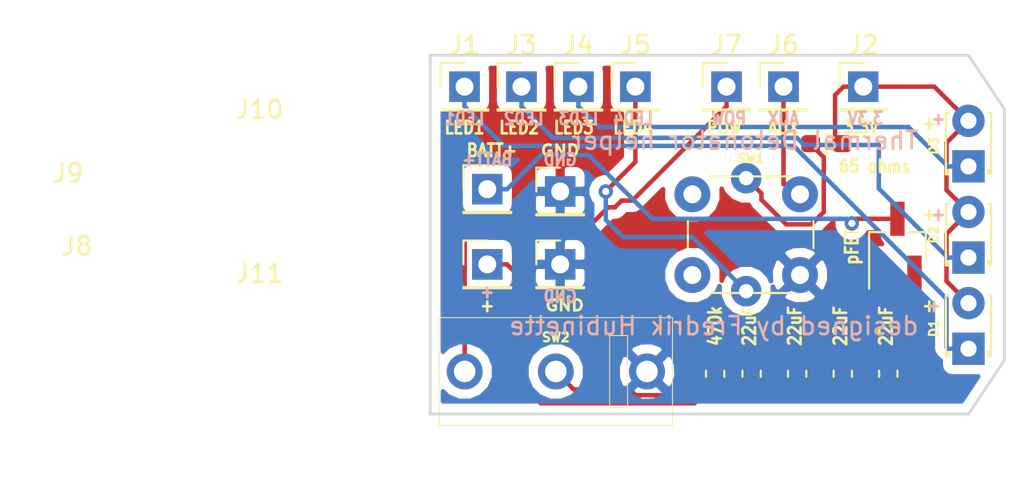
<source format=kicad_pcb>
(kicad_pcb (version 20171130) (host pcbnew 5.0.2-bee76a0~70~ubuntu18.04.1)

  (general
    (thickness 1.6)
    (drawings 43)
    (tracks 99)
    (zones 0)
    (modules 23)
    (nets 15)
  )

  (page A4)
  (layers
    (0 F.Cu signal)
    (31 B.Cu signal hide)
    (33 F.Adhes user hide)
    (35 F.Paste user)
    (36 B.SilkS user)
    (37 F.SilkS user hide)
    (39 F.Mask user)
    (40 Dwgs.User user hide)
    (41 Cmts.User user hide)
    (42 Eco1.User user hide)
    (43 Eco2.User user hide)
    (44 Edge.Cuts user)
    (45 Margin user hide)
    (46 B.CrtYd user hide)
    (47 F.CrtYd user)
    (49 F.Fab user)
  )

  (setup
    (last_trace_width 0.25)
    (trace_clearance 0.2)
    (zone_clearance 0.508)
    (zone_45_only no)
    (trace_min 0.2)
    (segment_width 0.2)
    (edge_width 0.15)
    (via_size 0.8)
    (via_drill 0.4)
    (via_min_size 0.4)
    (via_min_drill 0.3)
    (uvia_size 0.3)
    (uvia_drill 0.1)
    (uvias_allowed no)
    (uvia_min_size 0.2)
    (uvia_min_drill 0.1)
    (pcb_text_width 0.15)
    (pcb_text_size 0.6 0.7)
    (mod_edge_width 0.15)
    (mod_text_size 1 1)
    (mod_text_width 0.15)
    (pad_size 1.524 1.524)
    (pad_drill 0.762)
    (pad_to_mask_clearance 0.03)
    (solder_mask_min_width 0.0635)
    (aux_axis_origin 0 0)
    (visible_elements FFFFFF7F)
    (pcbplotparams
      (layerselection 0x010fc_ffffffff)
      (usegerberextensions false)
      (usegerberattributes false)
      (usegerberadvancedattributes false)
      (creategerberjobfile false)
      (excludeedgelayer true)
      (linewidth 0.100000)
      (plotframeref false)
      (viasonmask false)
      (mode 1)
      (useauxorigin false)
      (hpglpennumber 1)
      (hpglpenspeed 20)
      (hpglpendiameter 15.000000)
      (psnegative false)
      (psa4output false)
      (plotreference true)
      (plotvalue true)
      (plotinvisibletext false)
      (padsonsilk false)
      (subtractmaskfromsilk false)
      (outputformat 1)
      (mirror false)
      (drillshape 1)
      (scaleselection 1)
      (outputdirectory ""))
  )

  (net 0 "")
  (net 1 "Net-(C1-Pad1)")
  (net 2 "Net-(C1-Pad2)")
  (net 3 "Net-(D1-Pad2)")
  (net 4 "Net-(D1-Pad1)")
  (net 5 "Net-(D2-Pad1)")
  (net 6 "Net-(D3-Pad1)")
  (net 7 "Net-(J5-Pad1)")
  (net 8 "Net-(J6-Pad1)")
  (net 9 "Net-(J7-Pad1)")
  (net 10 "Net-(J9-Pad1)")
  (net 11 GND)
  (net 12 "Net-(R2-Pad1)")
  (net 13 "Net-(SW1-Pad4)")
  (net 14 "Net-(SW1-Pad2)")

  (net_class Default "This is the default net class."
    (clearance 0.2)
    (trace_width 0.25)
    (via_dia 0.8)
    (via_drill 0.4)
    (uvia_dia 0.3)
    (uvia_drill 0.1)
    (add_net GND)
    (add_net "Net-(C1-Pad1)")
    (add_net "Net-(C1-Pad2)")
    (add_net "Net-(D1-Pad1)")
    (add_net "Net-(D1-Pad2)")
    (add_net "Net-(D2-Pad1)")
    (add_net "Net-(D3-Pad1)")
    (add_net "Net-(J5-Pad1)")
    (add_net "Net-(J6-Pad1)")
    (add_net "Net-(J7-Pad1)")
    (add_net "Net-(J9-Pad1)")
    (add_net "Net-(R2-Pad1)")
    (add_net "Net-(SW1-Pad2)")
    (add_net "Net-(SW1-Pad4)")
  )

  (module td_parts:microswitch (layer F.Cu) (tedit 5CC67CB1) (tstamp 5CD2D4D2)
    (at 47 47.625 180)
    (path /5CBFFEA6)
    (fp_text reference SW2 (at 0 1.905 180) (layer F.SilkS)
      (effects (font (size 0.5 0.5) (thickness 0.125)))
    )
    (fp_text value SW_SPDT (at 0 -0.5 180) (layer F.Fab)
      (effects (font (size 1 1) (thickness 0.15)))
    )
    (fp_line (start -3 -2) (end -4 -2) (layer F.SilkS) (width 0.05))
    (fp_line (start -3 2) (end -3 -2) (layer F.SilkS) (width 0.05))
    (fp_line (start -4 2) (end -3 2) (layer F.SilkS) (width 0.05))
    (fp_line (start -4 -2) (end -4 2) (layer F.SilkS) (width 0.05))
    (fp_line (start 6.5 -3) (end 6.5 3) (layer F.SilkS) (width 0.05))
    (fp_line (start -6.5 -3) (end 6.5 -3) (layer F.SilkS) (width 0.05))
    (fp_line (start -6.5 3) (end -6.5 -3) (layer F.SilkS) (width 0.05))
    (fp_line (start 6.5 3) (end -6.5 3) (layer F.SilkS) (width 0.05))
    (pad 3 thru_hole circle (at 5.08 0 180) (size 2 2) (drill 1.2) (layers *.Cu *.Mask)
      (net 9 "Net-(J7-Pad1)"))
    (pad 2 thru_hole circle (at -5.08 0 180) (size 2 2) (drill 1.2) (layers *.Cu *.Mask)
      (net 11 GND))
    (pad 1 thru_hole circle (at 0 0 180) (size 2 2) (drill 1.2) (layers *.Cu *.Mask)
      (net 1 "Net-(C1-Pad1)"))
  )

  (module Capacitor_SMD:C_0603_1608Metric_Pad1.05x0.95mm_HandSolder (layer F.Cu) (tedit 5D0C60A7) (tstamp 5CD2FEF5)
    (at 62.992 47.752 270)
    (descr "Capacitor SMD 0603 (1608 Metric), square (rectangular) end terminal, IPC_7351 nominal with elongated pad for handsoldering. (Body size source: http://www.tortai-tech.com/upload/download/2011102023233369053.pdf), generated with kicad-footprint-generator")
    (tags "capacitor handsolder")
    (path /5CC5F558)
    (attr smd)
    (fp_text reference C1 (at -2.032 0) (layer F.SilkS) hide
      (effects (font (size 0.5 0.5) (thickness 0.125)))
    )
    (fp_text value 22uF (at 0 1.43 270) (layer F.Fab)
      (effects (font (size 1 1) (thickness 0.15)))
    )
    (fp_line (start -0.8 0.4) (end -0.8 -0.4) (layer F.Fab) (width 0.1))
    (fp_line (start -0.8 -0.4) (end 0.8 -0.4) (layer F.Fab) (width 0.1))
    (fp_line (start 0.8 -0.4) (end 0.8 0.4) (layer F.Fab) (width 0.1))
    (fp_line (start 0.8 0.4) (end -0.8 0.4) (layer F.Fab) (width 0.1))
    (fp_line (start -0.171267 -0.51) (end 0.171267 -0.51) (layer F.SilkS) (width 0.12))
    (fp_line (start -0.171267 0.51) (end 0.171267 0.51) (layer F.SilkS) (width 0.12))
    (fp_line (start -1.65 0.73) (end -1.65 -0.73) (layer F.CrtYd) (width 0.05))
    (fp_line (start -1.65 -0.73) (end 1.65 -0.73) (layer F.CrtYd) (width 0.05))
    (fp_line (start 1.65 -0.73) (end 1.65 0.73) (layer F.CrtYd) (width 0.05))
    (fp_line (start 1.65 0.73) (end -1.65 0.73) (layer F.CrtYd) (width 0.05))
    (fp_text user %R (at 0 0 270) (layer F.Fab)
      (effects (font (size 0.4 0.4) (thickness 0.06)))
    )
    (pad 1 smd roundrect (at -0.875 0 270) (size 1.05 0.95) (layers F.Cu F.Paste F.Mask) (roundrect_rratio 0.25)
      (net 1 "Net-(C1-Pad1)"))
    (pad 2 smd roundrect (at 0.875 0 270) (size 1.05 0.95) (layers F.Cu F.Paste F.Mask) (roundrect_rratio 0.25)
      (net 2 "Net-(C1-Pad2)"))
    (model ${KISYS3DMOD}/Capacitor_SMD.3dshapes/C_0603_1608Metric.wrl
      (at (xyz 0 0 0))
      (scale (xyz 1 1 1))
      (rotate (xyz 0 0 0))
    )
  )

  (module Capacitor_SMD:C_0603_1608Metric_Pad1.05x0.95mm_HandSolder (layer F.Cu) (tedit 5D0C60AB) (tstamp 5CD2F389)
    (at 65.532 47.752 270)
    (descr "Capacitor SMD 0603 (1608 Metric), square (rectangular) end terminal, IPC_7351 nominal with elongated pad for handsoldering. (Body size source: http://www.tortai-tech.com/upload/download/2011102023233369053.pdf), generated with kicad-footprint-generator")
    (tags "capacitor handsolder")
    (path /5CC63DED)
    (attr smd)
    (fp_text reference C2 (at -2.032 0) (layer F.SilkS) hide
      (effects (font (size 0.5 0.5) (thickness 0.125)))
    )
    (fp_text value 22uF (at 0 1.43 270) (layer F.Fab)
      (effects (font (size 1 1) (thickness 0.15)))
    )
    (fp_line (start -0.8 0.4) (end -0.8 -0.4) (layer F.Fab) (width 0.1))
    (fp_line (start -0.8 -0.4) (end 0.8 -0.4) (layer F.Fab) (width 0.1))
    (fp_line (start 0.8 -0.4) (end 0.8 0.4) (layer F.Fab) (width 0.1))
    (fp_line (start 0.8 0.4) (end -0.8 0.4) (layer F.Fab) (width 0.1))
    (fp_line (start -0.171267 -0.51) (end 0.171267 -0.51) (layer F.SilkS) (width 0.12))
    (fp_line (start -0.171267 0.51) (end 0.171267 0.51) (layer F.SilkS) (width 0.12))
    (fp_line (start -1.65 0.73) (end -1.65 -0.73) (layer F.CrtYd) (width 0.05))
    (fp_line (start -1.65 -0.73) (end 1.65 -0.73) (layer F.CrtYd) (width 0.05))
    (fp_line (start 1.65 -0.73) (end 1.65 0.73) (layer F.CrtYd) (width 0.05))
    (fp_line (start 1.65 0.73) (end -1.65 0.73) (layer F.CrtYd) (width 0.05))
    (fp_text user %R (at 0 0 270) (layer F.Fab)
      (effects (font (size 0.4 0.4) (thickness 0.06)))
    )
    (pad 1 smd roundrect (at -0.875 0 270) (size 1.05 0.95) (layers F.Cu F.Paste F.Mask) (roundrect_rratio 0.25)
      (net 1 "Net-(C1-Pad1)"))
    (pad 2 smd roundrect (at 0.875 0 270) (size 1.05 0.95) (layers F.Cu F.Paste F.Mask) (roundrect_rratio 0.25)
      (net 2 "Net-(C1-Pad2)"))
    (model ${KISYS3DMOD}/Capacitor_SMD.3dshapes/C_0603_1608Metric.wrl
      (at (xyz 0 0 0))
      (scale (xyz 1 1 1))
      (rotate (xyz 0 0 0))
    )
  )

  (module Capacitor_SMD:C_0603_1608Metric_Pad1.05x0.95mm_HandSolder (layer F.Cu) (tedit 5D0C60A1) (tstamp 5CD2D30F)
    (at 57.912 47.752 270)
    (descr "Capacitor SMD 0603 (1608 Metric), square (rectangular) end terminal, IPC_7351 nominal with elongated pad for handsoldering. (Body size source: http://www.tortai-tech.com/upload/download/2011102023233369053.pdf), generated with kicad-footprint-generator")
    (tags "capacitor handsolder")
    (path /5CC647FA)
    (attr smd)
    (fp_text reference C3 (at -2.032 0) (layer F.SilkS) hide
      (effects (font (size 0.5 0.5) (thickness 0.125)))
    )
    (fp_text value 22uF (at 0 1.43 270) (layer F.Fab)
      (effects (font (size 1 1) (thickness 0.15)))
    )
    (fp_text user %R (at 0 0 270) (layer F.Fab)
      (effects (font (size 0.4 0.4) (thickness 0.06)))
    )
    (fp_line (start 1.65 0.73) (end -1.65 0.73) (layer F.CrtYd) (width 0.05))
    (fp_line (start 1.65 -0.73) (end 1.65 0.73) (layer F.CrtYd) (width 0.05))
    (fp_line (start -1.65 -0.73) (end 1.65 -0.73) (layer F.CrtYd) (width 0.05))
    (fp_line (start -1.65 0.73) (end -1.65 -0.73) (layer F.CrtYd) (width 0.05))
    (fp_line (start -0.171267 0.51) (end 0.171267 0.51) (layer F.SilkS) (width 0.12))
    (fp_line (start -0.171267 -0.51) (end 0.171267 -0.51) (layer F.SilkS) (width 0.12))
    (fp_line (start 0.8 0.4) (end -0.8 0.4) (layer F.Fab) (width 0.1))
    (fp_line (start 0.8 -0.4) (end 0.8 0.4) (layer F.Fab) (width 0.1))
    (fp_line (start -0.8 -0.4) (end 0.8 -0.4) (layer F.Fab) (width 0.1))
    (fp_line (start -0.8 0.4) (end -0.8 -0.4) (layer F.Fab) (width 0.1))
    (pad 2 smd roundrect (at 0.875 0 270) (size 1.05 0.95) (layers F.Cu F.Paste F.Mask) (roundrect_rratio 0.25)
      (net 2 "Net-(C1-Pad2)"))
    (pad 1 smd roundrect (at -0.875 0 270) (size 1.05 0.95) (layers F.Cu F.Paste F.Mask) (roundrect_rratio 0.25)
      (net 1 "Net-(C1-Pad1)"))
    (model ${KISYS3DMOD}/Capacitor_SMD.3dshapes/C_0603_1608Metric.wrl
      (at (xyz 0 0 0))
      (scale (xyz 1 1 1))
      (rotate (xyz 0 0 0))
    )
  )

  (module Capacitor_SMD:C_0603_1608Metric_Pad1.05x0.95mm_HandSolder (layer F.Cu) (tedit 5D0C60A4) (tstamp 5CD2F743)
    (at 60.452 47.752 270)
    (descr "Capacitor SMD 0603 (1608 Metric), square (rectangular) end terminal, IPC_7351 nominal with elongated pad for handsoldering. (Body size source: http://www.tortai-tech.com/upload/download/2011102023233369053.pdf), generated with kicad-footprint-generator")
    (tags "capacitor handsolder")
    (path /5CC63D9F)
    (attr smd)
    (fp_text reference C4 (at -2.032 0) (layer F.SilkS) hide
      (effects (font (size 0.5 0.5) (thickness 0.125)))
    )
    (fp_text value 22uF (at 0 1.43 270) (layer F.Fab)
      (effects (font (size 1 1) (thickness 0.15)))
    )
    (fp_text user %R (at 0 0 270) (layer F.Fab)
      (effects (font (size 0.4 0.4) (thickness 0.06)))
    )
    (fp_line (start 1.65 0.73) (end -1.65 0.73) (layer F.CrtYd) (width 0.05))
    (fp_line (start 1.65 -0.73) (end 1.65 0.73) (layer F.CrtYd) (width 0.05))
    (fp_line (start -1.65 -0.73) (end 1.65 -0.73) (layer F.CrtYd) (width 0.05))
    (fp_line (start -1.65 0.73) (end -1.65 -0.73) (layer F.CrtYd) (width 0.05))
    (fp_line (start -0.171267 0.51) (end 0.171267 0.51) (layer F.SilkS) (width 0.12))
    (fp_line (start -0.171267 -0.51) (end 0.171267 -0.51) (layer F.SilkS) (width 0.12))
    (fp_line (start 0.8 0.4) (end -0.8 0.4) (layer F.Fab) (width 0.1))
    (fp_line (start 0.8 -0.4) (end 0.8 0.4) (layer F.Fab) (width 0.1))
    (fp_line (start -0.8 -0.4) (end 0.8 -0.4) (layer F.Fab) (width 0.1))
    (fp_line (start -0.8 0.4) (end -0.8 -0.4) (layer F.Fab) (width 0.1))
    (pad 2 smd roundrect (at 0.875 0 270) (size 1.05 0.95) (layers F.Cu F.Paste F.Mask) (roundrect_rratio 0.25)
      (net 2 "Net-(C1-Pad2)"))
    (pad 1 smd roundrect (at -0.875 0 270) (size 1.05 0.95) (layers F.Cu F.Paste F.Mask) (roundrect_rratio 0.25)
      (net 1 "Net-(C1-Pad1)"))
    (model ${KISYS3DMOD}/Capacitor_SMD.3dshapes/C_0603_1608Metric.wrl
      (at (xyz 0 0 0))
      (scale (xyz 1 1 1))
      (rotate (xyz 0 0 0))
    )
  )

  (module LED_THT:LED_D1.8mm_W3.3mm_H2.4mm (layer F.Cu) (tedit 5CC67B7F) (tstamp 5CD2D275)
    (at 70 46.355 90)
    (descr "LED, Round,  Rectangular size 3.3x2.4mm^2 diameter 1.8mm, 2 pins")
    (tags "LED Round  Rectangular size 3.3x2.4mm^2 diameter 1.8mm 2 pins")
    (path /5CBE8AD1)
    (attr virtual)
    (fp_text reference D1 (at 1.143 -1.928 90) (layer F.SilkS)
      (effects (font (size 0.5 0.5) (thickness 0.125)))
    )
    (fp_text value LED (at 1.27 2.26 90) (layer F.Fab)
      (effects (font (size 1 1) (thickness 0.15)))
    )
    (fp_line (start 3.7 -1.55) (end -1.15 -1.55) (layer F.CrtYd) (width 0.05))
    (fp_line (start 3.7 1.55) (end 3.7 -1.55) (layer F.CrtYd) (width 0.05))
    (fp_line (start -1.15 1.55) (end 3.7 1.55) (layer F.CrtYd) (width 0.05))
    (fp_line (start -1.15 -1.55) (end -1.15 1.55) (layer F.CrtYd) (width 0.05))
    (fp_line (start -0.2 1.08) (end -0.2 1.26) (layer F.SilkS) (width 0.12))
    (fp_line (start -0.2 -1.26) (end -0.2 -1.08) (layer F.SilkS) (width 0.12))
    (fp_line (start -0.32 1.08) (end -0.32 1.26) (layer F.SilkS) (width 0.12))
    (fp_line (start -0.32 -1.26) (end -0.32 -1.08) (layer F.SilkS) (width 0.12))
    (fp_line (start 2.98 1.095) (end 2.98 1.26) (layer F.SilkS) (width 0.12))
    (fp_line (start 2.98 -1.26) (end 2.98 -1.095) (layer F.SilkS) (width 0.12))
    (fp_line (start -0.44 1.08) (end -0.44 1.26) (layer F.SilkS) (width 0.12))
    (fp_line (start -0.44 -1.26) (end -0.44 -1.08) (layer F.SilkS) (width 0.12))
    (fp_line (start -0.44 1.26) (end 2.98 1.26) (layer F.SilkS) (width 0.12))
    (fp_line (start -0.44 -1.26) (end 2.98 -1.26) (layer F.SilkS) (width 0.12))
    (fp_line (start 2.92 -1.2) (end -0.38 -1.2) (layer F.Fab) (width 0.1))
    (fp_line (start 2.92 1.2) (end 2.92 -1.2) (layer F.Fab) (width 0.1))
    (fp_line (start -0.38 1.2) (end 2.92 1.2) (layer F.Fab) (width 0.1))
    (fp_line (start -0.38 -1.2) (end -0.38 1.2) (layer F.Fab) (width 0.1))
    (fp_circle (center 1.27 0) (end 2.17 0) (layer F.Fab) (width 0.1))
    (pad 2 thru_hole circle (at 2.54 0 90) (size 1.8 1.8) (drill 0.9) (layers *.Cu *.Mask)
      (net 3 "Net-(D1-Pad2)"))
    (pad 1 thru_hole rect (at 0 0 90) (size 1.8 1.8) (drill 0.9) (layers *.Cu *.Mask)
      (net 4 "Net-(D1-Pad1)"))
    (model ${KISYS3DMOD}/LED_THT.3dshapes/LED_D1.8mm_W3.3mm_H2.4mm.wrl
      (at (xyz 0 0 0))
      (scale (xyz 1 1 1))
      (rotate (xyz 0 0 0))
    )
  )

  (module LED_THT:LED_D1.8mm_W3.3mm_H2.4mm (layer F.Cu) (tedit 5CC67B6D) (tstamp 5CD2D101)
    (at 70 41.275 90)
    (descr "LED, Round,  Rectangular size 3.3x2.4mm^2 diameter 1.8mm, 2 pins")
    (tags "LED Round  Rectangular size 3.3x2.4mm^2 diameter 1.8mm 2 pins")
    (path /5CBE8A5A)
    (attr virtual)
    (fp_text reference D2 (at 1.27 -1.928 90) (layer F.SilkS)
      (effects (font (size 0.5 0.5) (thickness 0.125)))
    )
    (fp_text value LED (at 1.27 2.26 90) (layer F.Fab)
      (effects (font (size 1 1) (thickness 0.15)))
    )
    (fp_circle (center 1.27 0) (end 2.17 0) (layer F.Fab) (width 0.1))
    (fp_line (start -0.38 -1.2) (end -0.38 1.2) (layer F.Fab) (width 0.1))
    (fp_line (start -0.38 1.2) (end 2.92 1.2) (layer F.Fab) (width 0.1))
    (fp_line (start 2.92 1.2) (end 2.92 -1.2) (layer F.Fab) (width 0.1))
    (fp_line (start 2.92 -1.2) (end -0.38 -1.2) (layer F.Fab) (width 0.1))
    (fp_line (start -0.44 -1.26) (end 2.98 -1.26) (layer F.SilkS) (width 0.12))
    (fp_line (start -0.44 1.26) (end 2.98 1.26) (layer F.SilkS) (width 0.12))
    (fp_line (start -0.44 -1.26) (end -0.44 -1.08) (layer F.SilkS) (width 0.12))
    (fp_line (start -0.44 1.08) (end -0.44 1.26) (layer F.SilkS) (width 0.12))
    (fp_line (start 2.98 -1.26) (end 2.98 -1.095) (layer F.SilkS) (width 0.12))
    (fp_line (start 2.98 1.095) (end 2.98 1.26) (layer F.SilkS) (width 0.12))
    (fp_line (start -0.32 -1.26) (end -0.32 -1.08) (layer F.SilkS) (width 0.12))
    (fp_line (start -0.32 1.08) (end -0.32 1.26) (layer F.SilkS) (width 0.12))
    (fp_line (start -0.2 -1.26) (end -0.2 -1.08) (layer F.SilkS) (width 0.12))
    (fp_line (start -0.2 1.08) (end -0.2 1.26) (layer F.SilkS) (width 0.12))
    (fp_line (start -1.15 -1.55) (end -1.15 1.55) (layer F.CrtYd) (width 0.05))
    (fp_line (start -1.15 1.55) (end 3.7 1.55) (layer F.CrtYd) (width 0.05))
    (fp_line (start 3.7 1.55) (end 3.7 -1.55) (layer F.CrtYd) (width 0.05))
    (fp_line (start 3.7 -1.55) (end -1.15 -1.55) (layer F.CrtYd) (width 0.05))
    (pad 1 thru_hole rect (at 0 0 90) (size 1.8 1.8) (drill 0.9) (layers *.Cu *.Mask)
      (net 5 "Net-(D2-Pad1)"))
    (pad 2 thru_hole circle (at 2.54 0 90) (size 1.8 1.8) (drill 0.9) (layers *.Cu *.Mask)
      (net 3 "Net-(D1-Pad2)"))
    (model ${KISYS3DMOD}/LED_THT.3dshapes/LED_D1.8mm_W3.3mm_H2.4mm.wrl
      (at (xyz 0 0 0))
      (scale (xyz 1 1 1))
      (rotate (xyz 0 0 0))
    )
  )

  (module LED_THT:LED_D1.8mm_W3.3mm_H2.4mm (layer F.Cu) (tedit 5CC67B56) (tstamp 5CD2D22D)
    (at 70 36.195 90)
    (descr "LED, Round,  Rectangular size 3.3x2.4mm^2 diameter 1.8mm, 2 pins")
    (tags "LED Round  Rectangular size 3.3x2.4mm^2 diameter 1.8mm 2 pins")
    (path /5CBE8A40)
    (attr virtual)
    (fp_text reference D3 (at 1.143 -1.928 90) (layer F.SilkS)
      (effects (font (size 0.5 0.5) (thickness 0.125)))
    )
    (fp_text value LED (at 1.27 2.26 90) (layer F.Fab)
      (effects (font (size 1 1) (thickness 0.15)))
    )
    (fp_circle (center 1.27 0) (end 2.17 0) (layer F.Fab) (width 0.1))
    (fp_line (start -0.38 -1.2) (end -0.38 1.2) (layer F.Fab) (width 0.1))
    (fp_line (start -0.38 1.2) (end 2.92 1.2) (layer F.Fab) (width 0.1))
    (fp_line (start 2.92 1.2) (end 2.92 -1.2) (layer F.Fab) (width 0.1))
    (fp_line (start 2.92 -1.2) (end -0.38 -1.2) (layer F.Fab) (width 0.1))
    (fp_line (start -0.44 -1.26) (end 2.98 -1.26) (layer F.SilkS) (width 0.12))
    (fp_line (start -0.44 1.26) (end 2.98 1.26) (layer F.SilkS) (width 0.12))
    (fp_line (start -0.44 -1.26) (end -0.44 -1.08) (layer F.SilkS) (width 0.12))
    (fp_line (start -0.44 1.08) (end -0.44 1.26) (layer F.SilkS) (width 0.12))
    (fp_line (start 2.98 -1.26) (end 2.98 -1.095) (layer F.SilkS) (width 0.12))
    (fp_line (start 2.98 1.095) (end 2.98 1.26) (layer F.SilkS) (width 0.12))
    (fp_line (start -0.32 -1.26) (end -0.32 -1.08) (layer F.SilkS) (width 0.12))
    (fp_line (start -0.32 1.08) (end -0.32 1.26) (layer F.SilkS) (width 0.12))
    (fp_line (start -0.2 -1.26) (end -0.2 -1.08) (layer F.SilkS) (width 0.12))
    (fp_line (start -0.2 1.08) (end -0.2 1.26) (layer F.SilkS) (width 0.12))
    (fp_line (start -1.15 -1.55) (end -1.15 1.55) (layer F.CrtYd) (width 0.05))
    (fp_line (start -1.15 1.55) (end 3.7 1.55) (layer F.CrtYd) (width 0.05))
    (fp_line (start 3.7 1.55) (end 3.7 -1.55) (layer F.CrtYd) (width 0.05))
    (fp_line (start 3.7 -1.55) (end -1.15 -1.55) (layer F.CrtYd) (width 0.05))
    (pad 1 thru_hole rect (at 0 0 90) (size 1.8 1.8) (drill 0.9) (layers *.Cu *.Mask)
      (net 6 "Net-(D3-Pad1)"))
    (pad 2 thru_hole circle (at 2.54 0 90) (size 1.8 1.8) (drill 0.9) (layers *.Cu *.Mask)
      (net 3 "Net-(D1-Pad2)"))
    (model ${KISYS3DMOD}/LED_THT.3dshapes/LED_D1.8mm_W3.3mm_H2.4mm.wrl
      (at (xyz 0 0 0))
      (scale (xyz 1 1 1))
      (rotate (xyz 0 0 0))
    )
  )

  (module Connector_PinHeader_2.54mm:PinHeader_1x01_P2.54mm_Vertical (layer F.Cu) (tedit 5CC67AE5) (tstamp 5CD2CFBF)
    (at 41.91 31.75)
    (descr "Through hole straight pin header, 1x01, 2.54mm pitch, single row")
    (tags "Through hole pin header THT 1x01 2.54mm single row")
    (path /5CBE8E6A)
    (attr virtual)
    (fp_text reference J1 (at 0 -2.33) (layer F.SilkS)
      (effects (font (size 1 1) (thickness 0.15)))
    )
    (fp_text value LED1 (at -0.762 -3.81) (layer F.Fab)
      (effects (font (size 0.5 0.5) (thickness 0.125)))
    )
    (fp_line (start -0.635 -1.27) (end 1.27 -1.27) (layer F.Fab) (width 0.1))
    (fp_line (start 1.27 -1.27) (end 1.27 1.27) (layer F.Fab) (width 0.1))
    (fp_line (start 1.27 1.27) (end -1.27 1.27) (layer F.Fab) (width 0.1))
    (fp_line (start -1.27 1.27) (end -1.27 -0.635) (layer F.Fab) (width 0.1))
    (fp_line (start -1.27 -0.635) (end -0.635 -1.27) (layer F.Fab) (width 0.1))
    (fp_line (start -1.33 1.33) (end 1.33 1.33) (layer F.SilkS) (width 0.12))
    (fp_line (start -1.33 1.27) (end -1.33 1.33) (layer F.SilkS) (width 0.12))
    (fp_line (start 1.33 1.27) (end 1.33 1.33) (layer F.SilkS) (width 0.12))
    (fp_line (start -1.33 1.27) (end 1.33 1.27) (layer F.SilkS) (width 0.12))
    (fp_line (start -1.33 0) (end -1.33 -1.33) (layer F.SilkS) (width 0.12))
    (fp_line (start -1.33 -1.33) (end 0 -1.33) (layer F.SilkS) (width 0.12))
    (fp_line (start -1.8 -1.8) (end -1.8 1.8) (layer F.CrtYd) (width 0.05))
    (fp_line (start -1.8 1.8) (end 1.8 1.8) (layer F.CrtYd) (width 0.05))
    (fp_line (start 1.8 1.8) (end 1.8 -1.8) (layer F.CrtYd) (width 0.05))
    (fp_line (start 1.8 -1.8) (end -1.8 -1.8) (layer F.CrtYd) (width 0.05))
    (fp_text user %R (at 0 0 90) (layer F.Fab)
      (effects (font (size 1 1) (thickness 0.15)))
    )
    (pad 1 thru_hole rect (at 0 0) (size 1.7 1.7) (drill 1) (layers *.Cu *.Mask)
      (net 4 "Net-(D1-Pad1)"))
    (model ${KISYS3DMOD}/Connector_PinHeader_2.54mm.3dshapes/PinHeader_1x01_P2.54mm_Vertical.wrl
      (at (xyz 0 0 0))
      (scale (xyz 1 1 1))
      (rotate (xyz 0 0 0))
    )
  )

  (module Connector_PinHeader_2.54mm:PinHeader_1x01_P2.54mm_Vertical (layer F.Cu) (tedit 5CC67B37) (tstamp 5CD2D451)
    (at 64.135 31.75)
    (descr "Through hole straight pin header, 1x01, 2.54mm pitch, single row")
    (tags "Through hole pin header THT 1x01 2.54mm single row")
    (path /5CC4F6EC)
    (attr virtual)
    (fp_text reference J2 (at 0 -2.33) (layer F.SilkS)
      (effects (font (size 1 1) (thickness 0.15)))
    )
    (fp_text value Proffie_3.3V (at -0.127 -4.318) (layer F.Fab)
      (effects (font (size 0.5 0.5) (thickness 0.125)))
    )
    (fp_text user %R (at 0 0 90) (layer F.Fab)
      (effects (font (size 1 1) (thickness 0.15)))
    )
    (fp_line (start 1.8 -1.8) (end -1.8 -1.8) (layer F.CrtYd) (width 0.05))
    (fp_line (start 1.8 1.8) (end 1.8 -1.8) (layer F.CrtYd) (width 0.05))
    (fp_line (start -1.8 1.8) (end 1.8 1.8) (layer F.CrtYd) (width 0.05))
    (fp_line (start -1.8 -1.8) (end -1.8 1.8) (layer F.CrtYd) (width 0.05))
    (fp_line (start -1.33 -1.33) (end 0 -1.33) (layer F.SilkS) (width 0.12))
    (fp_line (start -1.33 0) (end -1.33 -1.33) (layer F.SilkS) (width 0.12))
    (fp_line (start -1.33 1.27) (end 1.33 1.27) (layer F.SilkS) (width 0.12))
    (fp_line (start 1.33 1.27) (end 1.33 1.33) (layer F.SilkS) (width 0.12))
    (fp_line (start -1.33 1.27) (end -1.33 1.33) (layer F.SilkS) (width 0.12))
    (fp_line (start -1.33 1.33) (end 1.33 1.33) (layer F.SilkS) (width 0.12))
    (fp_line (start -1.27 -0.635) (end -0.635 -1.27) (layer F.Fab) (width 0.1))
    (fp_line (start -1.27 1.27) (end -1.27 -0.635) (layer F.Fab) (width 0.1))
    (fp_line (start 1.27 1.27) (end -1.27 1.27) (layer F.Fab) (width 0.1))
    (fp_line (start 1.27 -1.27) (end 1.27 1.27) (layer F.Fab) (width 0.1))
    (fp_line (start -0.635 -1.27) (end 1.27 -1.27) (layer F.Fab) (width 0.1))
    (pad 1 thru_hole rect (at 0 0) (size 1.7 1.7) (drill 1) (layers *.Cu *.Mask)
      (net 3 "Net-(D1-Pad2)"))
    (model ${KISYS3DMOD}/Connector_PinHeader_2.54mm.3dshapes/PinHeader_1x01_P2.54mm_Vertical.wrl
      (at (xyz 0 0 0))
      (scale (xyz 1 1 1))
      (rotate (xyz 0 0 0))
    )
  )

  (module Connector_PinHeader_2.54mm:PinHeader_1x01_P2.54mm_Vertical (layer F.Cu) (tedit 5CC67AEB) (tstamp 5CD2D8F8)
    (at 45.085 31.75)
    (descr "Through hole straight pin header, 1x01, 2.54mm pitch, single row")
    (tags "Through hole pin header THT 1x01 2.54mm single row")
    (path /5CC4FB9D)
    (attr virtual)
    (fp_text reference J3 (at 0 -2.33) (layer F.SilkS)
      (effects (font (size 1 1) (thickness 0.15)))
    )
    (fp_text value LED2 (at 0.127 -4.318) (layer F.Fab)
      (effects (font (size 0.5 0.5) (thickness 0.125)))
    )
    (fp_line (start -0.635 -1.27) (end 1.27 -1.27) (layer F.Fab) (width 0.1))
    (fp_line (start 1.27 -1.27) (end 1.27 1.27) (layer F.Fab) (width 0.1))
    (fp_line (start 1.27 1.27) (end -1.27 1.27) (layer F.Fab) (width 0.1))
    (fp_line (start -1.27 1.27) (end -1.27 -0.635) (layer F.Fab) (width 0.1))
    (fp_line (start -1.27 -0.635) (end -0.635 -1.27) (layer F.Fab) (width 0.1))
    (fp_line (start -1.33 1.33) (end 1.33 1.33) (layer F.SilkS) (width 0.12))
    (fp_line (start -1.33 1.27) (end -1.33 1.33) (layer F.SilkS) (width 0.12))
    (fp_line (start 1.33 1.27) (end 1.33 1.33) (layer F.SilkS) (width 0.12))
    (fp_line (start -1.33 1.27) (end 1.33 1.27) (layer F.SilkS) (width 0.12))
    (fp_line (start -1.33 0) (end -1.33 -1.33) (layer F.SilkS) (width 0.12))
    (fp_line (start -1.33 -1.33) (end 0 -1.33) (layer F.SilkS) (width 0.12))
    (fp_line (start -1.8 -1.8) (end -1.8 1.8) (layer F.CrtYd) (width 0.05))
    (fp_line (start -1.8 1.8) (end 1.8 1.8) (layer F.CrtYd) (width 0.05))
    (fp_line (start 1.8 1.8) (end 1.8 -1.8) (layer F.CrtYd) (width 0.05))
    (fp_line (start 1.8 -1.8) (end -1.8 -1.8) (layer F.CrtYd) (width 0.05))
    (fp_text user %R (at 0 0 90) (layer F.Fab)
      (effects (font (size 1 1) (thickness 0.15)))
    )
    (pad 1 thru_hole rect (at 0 0) (size 1.7 1.7) (drill 1) (layers *.Cu *.Mask)
      (net 5 "Net-(D2-Pad1)"))
    (model ${KISYS3DMOD}/Connector_PinHeader_2.54mm.3dshapes/PinHeader_1x01_P2.54mm_Vertical.wrl
      (at (xyz 0 0 0))
      (scale (xyz 1 1 1))
      (rotate (xyz 0 0 0))
    )
  )

  (module Connector_PinHeader_2.54mm:PinHeader_1x01_P2.54mm_Vertical (layer F.Cu) (tedit 5CC67AF1) (tstamp 5CD2D1ED)
    (at 48.26 31.75)
    (descr "Through hole straight pin header, 1x01, 2.54mm pitch, single row")
    (tags "Through hole pin header THT 1x01 2.54mm single row")
    (path /5CC4FBE3)
    (attr virtual)
    (fp_text reference J4 (at 0 -2.33) (layer F.SilkS)
      (effects (font (size 1 1) (thickness 0.15)))
    )
    (fp_text value LED3 (at 0 -4.318) (layer F.Fab)
      (effects (font (size 0.5 0.5) (thickness 0.125)))
    )
    (fp_text user %R (at 0 0 90) (layer F.Fab)
      (effects (font (size 1 1) (thickness 0.15)))
    )
    (fp_line (start 1.8 -1.8) (end -1.8 -1.8) (layer F.CrtYd) (width 0.05))
    (fp_line (start 1.8 1.8) (end 1.8 -1.8) (layer F.CrtYd) (width 0.05))
    (fp_line (start -1.8 1.8) (end 1.8 1.8) (layer F.CrtYd) (width 0.05))
    (fp_line (start -1.8 -1.8) (end -1.8 1.8) (layer F.CrtYd) (width 0.05))
    (fp_line (start -1.33 -1.33) (end 0 -1.33) (layer F.SilkS) (width 0.12))
    (fp_line (start -1.33 0) (end -1.33 -1.33) (layer F.SilkS) (width 0.12))
    (fp_line (start -1.33 1.27) (end 1.33 1.27) (layer F.SilkS) (width 0.12))
    (fp_line (start 1.33 1.27) (end 1.33 1.33) (layer F.SilkS) (width 0.12))
    (fp_line (start -1.33 1.27) (end -1.33 1.33) (layer F.SilkS) (width 0.12))
    (fp_line (start -1.33 1.33) (end 1.33 1.33) (layer F.SilkS) (width 0.12))
    (fp_line (start -1.27 -0.635) (end -0.635 -1.27) (layer F.Fab) (width 0.1))
    (fp_line (start -1.27 1.27) (end -1.27 -0.635) (layer F.Fab) (width 0.1))
    (fp_line (start 1.27 1.27) (end -1.27 1.27) (layer F.Fab) (width 0.1))
    (fp_line (start 1.27 -1.27) (end 1.27 1.27) (layer F.Fab) (width 0.1))
    (fp_line (start -0.635 -1.27) (end 1.27 -1.27) (layer F.Fab) (width 0.1))
    (pad 1 thru_hole rect (at 0 0) (size 1.7 1.7) (drill 1) (layers *.Cu *.Mask)
      (net 6 "Net-(D3-Pad1)"))
    (model ${KISYS3DMOD}/Connector_PinHeader_2.54mm.3dshapes/PinHeader_1x01_P2.54mm_Vertical.wrl
      (at (xyz 0 0 0))
      (scale (xyz 1 1 1))
      (rotate (xyz 0 0 0))
    )
  )

  (module Connector_PinHeader_2.54mm:PinHeader_1x01_P2.54mm_Vertical (layer F.Cu) (tedit 5CC67AFA) (tstamp 5CD2D48D)
    (at 51.435 31.75)
    (descr "Through hole straight pin header, 1x01, 2.54mm pitch, single row")
    (tags "Through hole pin header THT 1x01 2.54mm single row")
    (path /5CC01243)
    (attr virtual)
    (fp_text reference J5 (at 0 -2.33) (layer F.SilkS)
      (effects (font (size 1 1) (thickness 0.15)))
    )
    (fp_text value "LED4(BTN)" (at 0 -4.318) (layer F.Fab)
      (effects (font (size 0.5 0.5) (thickness 0.125)))
    )
    (fp_text user %R (at 0 0 90) (layer F.Fab)
      (effects (font (size 1 1) (thickness 0.15)))
    )
    (fp_line (start 1.8 -1.8) (end -1.8 -1.8) (layer F.CrtYd) (width 0.05))
    (fp_line (start 1.8 1.8) (end 1.8 -1.8) (layer F.CrtYd) (width 0.05))
    (fp_line (start -1.8 1.8) (end 1.8 1.8) (layer F.CrtYd) (width 0.05))
    (fp_line (start -1.8 -1.8) (end -1.8 1.8) (layer F.CrtYd) (width 0.05))
    (fp_line (start -1.33 -1.33) (end 0 -1.33) (layer F.SilkS) (width 0.12))
    (fp_line (start -1.33 0) (end -1.33 -1.33) (layer F.SilkS) (width 0.12))
    (fp_line (start -1.33 1.27) (end 1.33 1.27) (layer F.SilkS) (width 0.12))
    (fp_line (start 1.33 1.27) (end 1.33 1.33) (layer F.SilkS) (width 0.12))
    (fp_line (start -1.33 1.27) (end -1.33 1.33) (layer F.SilkS) (width 0.12))
    (fp_line (start -1.33 1.33) (end 1.33 1.33) (layer F.SilkS) (width 0.12))
    (fp_line (start -1.27 -0.635) (end -0.635 -1.27) (layer F.Fab) (width 0.1))
    (fp_line (start -1.27 1.27) (end -1.27 -0.635) (layer F.Fab) (width 0.1))
    (fp_line (start 1.27 1.27) (end -1.27 1.27) (layer F.Fab) (width 0.1))
    (fp_line (start 1.27 -1.27) (end 1.27 1.27) (layer F.Fab) (width 0.1))
    (fp_line (start -0.635 -1.27) (end 1.27 -1.27) (layer F.Fab) (width 0.1))
    (pad 1 thru_hole rect (at 0 0) (size 1.7 1.7) (drill 1) (layers *.Cu *.Mask)
      (net 7 "Net-(J5-Pad1)"))
    (model ${KISYS3DMOD}/Connector_PinHeader_2.54mm.3dshapes/PinHeader_1x01_P2.54mm_Vertical.wrl
      (at (xyz 0 0 0))
      (scale (xyz 1 1 1))
      (rotate (xyz 0 0 0))
    )
  )

  (module Connector_PinHeader_2.54mm:PinHeader_1x01_P2.54mm_Vertical (layer F.Cu) (tedit 5CC67B24) (tstamp 5CD2D145)
    (at 59.69 31.75)
    (descr "Through hole straight pin header, 1x01, 2.54mm pitch, single row")
    (tags "Through hole pin header THT 1x01 2.54mm single row")
    (path /5CC017D1)
    (attr virtual)
    (fp_text reference J6 (at 0 -2.33) (layer F.SilkS)
      (effects (font (size 1 1) (thickness 0.15)))
    )
    (fp_text value Proffie_AUX (at 0 -3.81) (layer F.Fab)
      (effects (font (size 0.5 0.5) (thickness 0.125)))
    )
    (fp_line (start -0.635 -1.27) (end 1.27 -1.27) (layer F.Fab) (width 0.1))
    (fp_line (start 1.27 -1.27) (end 1.27 1.27) (layer F.Fab) (width 0.1))
    (fp_line (start 1.27 1.27) (end -1.27 1.27) (layer F.Fab) (width 0.1))
    (fp_line (start -1.27 1.27) (end -1.27 -0.635) (layer F.Fab) (width 0.1))
    (fp_line (start -1.27 -0.635) (end -0.635 -1.27) (layer F.Fab) (width 0.1))
    (fp_line (start -1.33 1.33) (end 1.33 1.33) (layer F.SilkS) (width 0.12))
    (fp_line (start -1.33 1.27) (end -1.33 1.33) (layer F.SilkS) (width 0.12))
    (fp_line (start 1.33 1.27) (end 1.33 1.33) (layer F.SilkS) (width 0.12))
    (fp_line (start -1.33 1.27) (end 1.33 1.27) (layer F.SilkS) (width 0.12))
    (fp_line (start -1.33 0) (end -1.33 -1.33) (layer F.SilkS) (width 0.12))
    (fp_line (start -1.33 -1.33) (end 0 -1.33) (layer F.SilkS) (width 0.12))
    (fp_line (start -1.8 -1.8) (end -1.8 1.8) (layer F.CrtYd) (width 0.05))
    (fp_line (start -1.8 1.8) (end 1.8 1.8) (layer F.CrtYd) (width 0.05))
    (fp_line (start 1.8 1.8) (end 1.8 -1.8) (layer F.CrtYd) (width 0.05))
    (fp_line (start 1.8 -1.8) (end -1.8 -1.8) (layer F.CrtYd) (width 0.05))
    (fp_text user %R (at 0 0 90) (layer F.Fab)
      (effects (font (size 1 1) (thickness 0.15)))
    )
    (pad 1 thru_hole rect (at 0 0) (size 1.7 1.7) (drill 1) (layers *.Cu *.Mask)
      (net 8 "Net-(J6-Pad1)"))
    (model ${KISYS3DMOD}/Connector_PinHeader_2.54mm.3dshapes/PinHeader_1x01_P2.54mm_Vertical.wrl
      (at (xyz 0 0 0))
      (scale (xyz 1 1 1))
      (rotate (xyz 0 0 0))
    )
  )

  (module Connector_PinHeader_2.54mm:PinHeader_1x01_P2.54mm_Vertical (layer F.Cu) (tedit 5CC67B1A) (tstamp 5CD2D70C)
    (at 56.515 31.75)
    (descr "Through hole straight pin header, 1x01, 2.54mm pitch, single row")
    (tags "Through hole pin header THT 1x01 2.54mm single row")
    (path /5CC6076D)
    (attr virtual)
    (fp_text reference J7 (at 0 -2.33) (layer F.SilkS)
      (effects (font (size 1 1) (thickness 0.15)))
    )
    (fp_text value Proffie_POW (at 0 -4.318) (layer F.Fab)
      (effects (font (size 0.5 0.5) (thickness 0.125)))
    )
    (fp_text user %R (at 0 0 90) (layer F.Fab)
      (effects (font (size 1 1) (thickness 0.15)))
    )
    (fp_line (start 1.8 -1.8) (end -1.8 -1.8) (layer F.CrtYd) (width 0.05))
    (fp_line (start 1.8 1.8) (end 1.8 -1.8) (layer F.CrtYd) (width 0.05))
    (fp_line (start -1.8 1.8) (end 1.8 1.8) (layer F.CrtYd) (width 0.05))
    (fp_line (start -1.8 -1.8) (end -1.8 1.8) (layer F.CrtYd) (width 0.05))
    (fp_line (start -1.33 -1.33) (end 0 -1.33) (layer F.SilkS) (width 0.12))
    (fp_line (start -1.33 0) (end -1.33 -1.33) (layer F.SilkS) (width 0.12))
    (fp_line (start -1.33 1.27) (end 1.33 1.27) (layer F.SilkS) (width 0.12))
    (fp_line (start 1.33 1.27) (end 1.33 1.33) (layer F.SilkS) (width 0.12))
    (fp_line (start -1.33 1.27) (end -1.33 1.33) (layer F.SilkS) (width 0.12))
    (fp_line (start -1.33 1.33) (end 1.33 1.33) (layer F.SilkS) (width 0.12))
    (fp_line (start -1.27 -0.635) (end -0.635 -1.27) (layer F.Fab) (width 0.1))
    (fp_line (start -1.27 1.27) (end -1.27 -0.635) (layer F.Fab) (width 0.1))
    (fp_line (start 1.27 1.27) (end -1.27 1.27) (layer F.Fab) (width 0.1))
    (fp_line (start 1.27 -1.27) (end 1.27 1.27) (layer F.Fab) (width 0.1))
    (fp_line (start -0.635 -1.27) (end 1.27 -1.27) (layer F.Fab) (width 0.1))
    (pad 1 thru_hole rect (at 0 0) (size 1.7 1.7) (drill 1) (layers *.Cu *.Mask)
      (net 9 "Net-(J7-Pad1)"))
    (model ${KISYS3DMOD}/Connector_PinHeader_2.54mm.3dshapes/PinHeader_1x01_P2.54mm_Vertical.wrl
      (at (xyz 0 0 0))
      (scale (xyz 1 1 1))
      (rotate (xyz 0 0 0))
    )
  )

  (module Connector_PinHeader_2.54mm:PinHeader_1x01_P2.54mm_Vertical (layer F.Cu) (tedit 59FED5CC) (tstamp 5CD304B1)
    (at 43.18 41.656)
    (descr "Through hole straight pin header, 1x01, 2.54mm pitch, single row")
    (tags "Through hole pin header THT 1x01 2.54mm single row")
    (path /5CBE8FB9)
    (attr virtual)
    (fp_text reference J8 (at -22.86 -1.016) (layer F.SilkS)
      (effects (font (size 1 1) (thickness 0.15)))
    )
    (fp_text value BATT+ (at -23.368 0.508) (layer F.Fab)
      (effects (font (size 1 1) (thickness 0.15)))
    )
    (fp_line (start -0.635 -1.27) (end 1.27 -1.27) (layer F.Fab) (width 0.1))
    (fp_line (start 1.27 -1.27) (end 1.27 1.27) (layer F.Fab) (width 0.1))
    (fp_line (start 1.27 1.27) (end -1.27 1.27) (layer F.Fab) (width 0.1))
    (fp_line (start -1.27 1.27) (end -1.27 -0.635) (layer F.Fab) (width 0.1))
    (fp_line (start -1.27 -0.635) (end -0.635 -1.27) (layer F.Fab) (width 0.1))
    (fp_line (start -1.33 1.33) (end 1.33 1.33) (layer F.SilkS) (width 0.12))
    (fp_line (start -1.33 1.27) (end -1.33 1.33) (layer F.SilkS) (width 0.12))
    (fp_line (start 1.33 1.27) (end 1.33 1.33) (layer F.SilkS) (width 0.12))
    (fp_line (start -1.33 1.27) (end 1.33 1.27) (layer F.SilkS) (width 0.12))
    (fp_line (start -1.33 0) (end -1.33 -1.33) (layer F.SilkS) (width 0.12))
    (fp_line (start -1.33 -1.33) (end 0 -1.33) (layer F.SilkS) (width 0.12))
    (fp_line (start -1.8 -1.8) (end -1.8 1.8) (layer F.CrtYd) (width 0.05))
    (fp_line (start -1.8 1.8) (end 1.8 1.8) (layer F.CrtYd) (width 0.05))
    (fp_line (start 1.8 1.8) (end 1.8 -1.8) (layer F.CrtYd) (width 0.05))
    (fp_line (start 1.8 -1.8) (end -1.8 -1.8) (layer F.CrtYd) (width 0.05))
    (fp_text user %R (at 0 0 90) (layer F.Fab)
      (effects (font (size 1 1) (thickness 0.15)))
    )
    (pad 1 thru_hole rect (at 0 0) (size 1.7 1.7) (drill 1) (layers *.Cu *.Mask)
      (net 2 "Net-(C1-Pad2)"))
    (model ${KISYS3DMOD}/Connector_PinHeader_2.54mm.3dshapes/PinHeader_1x01_P2.54mm_Vertical.wrl
      (at (xyz 0 0 0))
      (scale (xyz 1 1 1))
      (rotate (xyz 0 0 0))
    )
  )

  (module Connector_PinHeader_2.54mm:PinHeader_1x01_P2.54mm_Vertical (layer F.Cu) (tedit 59FED5CC) (tstamp 5CD2DE3A)
    (at 43.18 37.465)
    (descr "Through hole straight pin header, 1x01, 2.54mm pitch, single row")
    (tags "Through hole pin header THT 1x01 2.54mm single row")
    (path /5CC0097B)
    (attr virtual)
    (fp_text reference J9 (at -23.368 -0.889) (layer F.SilkS)
      (effects (font (size 1 1) (thickness 0.15)))
    )
    (fp_text value Proffie_BATT+ (at -21.844 0.635) (layer F.Fab)
      (effects (font (size 1 1) (thickness 0.15)))
    )
    (fp_text user %R (at 0 0 90) (layer F.Fab)
      (effects (font (size 1 1) (thickness 0.15)))
    )
    (fp_line (start 1.8 -1.8) (end -1.8 -1.8) (layer F.CrtYd) (width 0.05))
    (fp_line (start 1.8 1.8) (end 1.8 -1.8) (layer F.CrtYd) (width 0.05))
    (fp_line (start -1.8 1.8) (end 1.8 1.8) (layer F.CrtYd) (width 0.05))
    (fp_line (start -1.8 -1.8) (end -1.8 1.8) (layer F.CrtYd) (width 0.05))
    (fp_line (start -1.33 -1.33) (end 0 -1.33) (layer F.SilkS) (width 0.12))
    (fp_line (start -1.33 0) (end -1.33 -1.33) (layer F.SilkS) (width 0.12))
    (fp_line (start -1.33 1.27) (end 1.33 1.27) (layer F.SilkS) (width 0.12))
    (fp_line (start 1.33 1.27) (end 1.33 1.33) (layer F.SilkS) (width 0.12))
    (fp_line (start -1.33 1.27) (end -1.33 1.33) (layer F.SilkS) (width 0.12))
    (fp_line (start -1.33 1.33) (end 1.33 1.33) (layer F.SilkS) (width 0.12))
    (fp_line (start -1.27 -0.635) (end -0.635 -1.27) (layer F.Fab) (width 0.1))
    (fp_line (start -1.27 1.27) (end -1.27 -0.635) (layer F.Fab) (width 0.1))
    (fp_line (start 1.27 1.27) (end -1.27 1.27) (layer F.Fab) (width 0.1))
    (fp_line (start 1.27 -1.27) (end 1.27 1.27) (layer F.Fab) (width 0.1))
    (fp_line (start -0.635 -1.27) (end 1.27 -1.27) (layer F.Fab) (width 0.1))
    (pad 1 thru_hole rect (at 0 0) (size 1.7 1.7) (drill 1) (layers *.Cu *.Mask)
      (net 10 "Net-(J9-Pad1)"))
    (model ${KISYS3DMOD}/Connector_PinHeader_2.54mm.3dshapes/PinHeader_1x01_P2.54mm_Vertical.wrl
      (at (xyz 0 0 0))
      (scale (xyz 1 1 1))
      (rotate (xyz 0 0 0))
    )
  )

  (module Connector_PinHeader_2.54mm:PinHeader_1x01_P2.54mm_Vertical (layer F.Cu) (tedit 59FED5CC) (tstamp 5CD2D3D9)
    (at 47.244 37.592)
    (descr "Through hole straight pin header, 1x01, 2.54mm pitch, single row")
    (tags "Through hole pin header THT 1x01 2.54mm single row")
    (path /5CC00AF2)
    (attr virtual)
    (fp_text reference J10 (at -16.764 -4.572) (layer F.SilkS)
      (effects (font (size 1 1) (thickness 0.15)))
    )
    (fp_text value Proffie_GND&BATT- (at -15.748 -3.048) (layer F.Fab)
      (effects (font (size 1 1) (thickness 0.15)))
    )
    (fp_line (start -0.635 -1.27) (end 1.27 -1.27) (layer F.Fab) (width 0.1))
    (fp_line (start 1.27 -1.27) (end 1.27 1.27) (layer F.Fab) (width 0.1))
    (fp_line (start 1.27 1.27) (end -1.27 1.27) (layer F.Fab) (width 0.1))
    (fp_line (start -1.27 1.27) (end -1.27 -0.635) (layer F.Fab) (width 0.1))
    (fp_line (start -1.27 -0.635) (end -0.635 -1.27) (layer F.Fab) (width 0.1))
    (fp_line (start -1.33 1.33) (end 1.33 1.33) (layer F.SilkS) (width 0.12))
    (fp_line (start -1.33 1.27) (end -1.33 1.33) (layer F.SilkS) (width 0.12))
    (fp_line (start 1.33 1.27) (end 1.33 1.33) (layer F.SilkS) (width 0.12))
    (fp_line (start -1.33 1.27) (end 1.33 1.27) (layer F.SilkS) (width 0.12))
    (fp_line (start -1.33 0) (end -1.33 -1.33) (layer F.SilkS) (width 0.12))
    (fp_line (start -1.33 -1.33) (end 0 -1.33) (layer F.SilkS) (width 0.12))
    (fp_line (start -1.8 -1.8) (end -1.8 1.8) (layer F.CrtYd) (width 0.05))
    (fp_line (start -1.8 1.8) (end 1.8 1.8) (layer F.CrtYd) (width 0.05))
    (fp_line (start 1.8 1.8) (end 1.8 -1.8) (layer F.CrtYd) (width 0.05))
    (fp_line (start 1.8 -1.8) (end -1.8 -1.8) (layer F.CrtYd) (width 0.05))
    (fp_text user %R (at 0 0 90) (layer F.Fab)
      (effects (font (size 1 1) (thickness 0.15)))
    )
    (pad 1 thru_hole rect (at 0 0) (size 1.7 1.7) (drill 1) (layers *.Cu *.Mask)
      (net 11 GND))
    (model ${KISYS3DMOD}/Connector_PinHeader_2.54mm.3dshapes/PinHeader_1x01_P2.54mm_Vertical.wrl
      (at (xyz 0 0 0))
      (scale (xyz 1 1 1))
      (rotate (xyz 0 0 0))
    )
  )

  (module Package_TO_SOT_SMD:SOT-23_Handsoldering (layer F.Cu) (tedit 5D0C6124) (tstamp 5CD2D415)
    (at 66.04 40.616 90)
    (descr "SOT-23, Handsoldering")
    (tags SOT-23)
    (path /5CC00911)
    (attr smd)
    (fp_text reference Q1 (at 0 -2.032 90) (layer F.SilkS) hide
      (effects (font (size 0.5 0.5) (thickness 0.125)))
    )
    (fp_text value Q_PMOS_GDS (at 0 2.5 90) (layer F.Fab)
      (effects (font (size 1 1) (thickness 0.15)))
    )
    (fp_text user %R (at 0 0 180) (layer F.Fab)
      (effects (font (size 0.5 0.5) (thickness 0.075)))
    )
    (fp_line (start 0.76 1.58) (end 0.76 0.65) (layer F.SilkS) (width 0.12))
    (fp_line (start 0.76 -1.58) (end 0.76 -0.65) (layer F.SilkS) (width 0.12))
    (fp_line (start -2.7 -1.75) (end 2.7 -1.75) (layer F.CrtYd) (width 0.05))
    (fp_line (start 2.7 -1.75) (end 2.7 1.75) (layer F.CrtYd) (width 0.05))
    (fp_line (start 2.7 1.75) (end -2.7 1.75) (layer F.CrtYd) (width 0.05))
    (fp_line (start -2.7 1.75) (end -2.7 -1.75) (layer F.CrtYd) (width 0.05))
    (fp_line (start 0.76 -1.58) (end -2.4 -1.58) (layer F.SilkS) (width 0.12))
    (fp_line (start -0.7 -0.95) (end -0.7 1.5) (layer F.Fab) (width 0.1))
    (fp_line (start -0.15 -1.52) (end 0.7 -1.52) (layer F.Fab) (width 0.1))
    (fp_line (start -0.7 -0.95) (end -0.15 -1.52) (layer F.Fab) (width 0.1))
    (fp_line (start 0.7 -1.52) (end 0.7 1.52) (layer F.Fab) (width 0.1))
    (fp_line (start -0.7 1.52) (end 0.7 1.52) (layer F.Fab) (width 0.1))
    (fp_line (start 0.76 1.58) (end -0.7 1.58) (layer F.SilkS) (width 0.12))
    (pad 1 smd rect (at -1.5 -0.95 90) (size 1.9 0.8) (layers F.Cu F.Paste F.Mask)
      (net 1 "Net-(C1-Pad1)"))
    (pad 2 smd rect (at -1.5 0.95 90) (size 1.9 0.8) (layers F.Cu F.Paste F.Mask)
      (net 2 "Net-(C1-Pad2)"))
    (pad 3 smd rect (at 1.5 0 90) (size 1.9 0.8) (layers F.Cu F.Paste F.Mask)
      (net 10 "Net-(J9-Pad1)"))
    (model ${KISYS3DMOD}/Package_TO_SOT_SMD.3dshapes/SOT-23.wrl
      (at (xyz 0 0 0))
      (scale (xyz 1 1 1))
      (rotate (xyz 0 0 0))
    )
  )

  (module td_parts:LedSwitch (layer F.Cu) (tedit 5CC67C9A) (tstamp 5CD2DA0A)
    (at 54.61 37.75)
    (descr https://www.omron.com/ecb/products/pdf/en-b3f.pdf)
    (tags "tact sw push 6mm")
    (path /5CC76ECE)
    (fp_text reference SW1 (at 3.25 -2) (layer F.SilkS)
      (effects (font (size 0.5 0.5) (thickness 0.125)))
    )
    (fp_text value LEDSwitch (at 3.75 15.59) (layer F.Fab)
      (effects (font (size 1 1) (thickness 0.15)))
    )
    (fp_circle (center 3.25 2.25) (end 1.25 2.5) (layer F.Fab) (width 0.1))
    (fp_line (start 6.75 3) (end 6.75 1.5) (layer F.SilkS) (width 0.12))
    (fp_line (start 5.5 -1) (end 1 -1) (layer F.SilkS) (width 0.12))
    (fp_line (start -0.25 1.5) (end -0.25 3) (layer F.SilkS) (width 0.12))
    (fp_line (start 1 5.5) (end 5.5 5.5) (layer F.SilkS) (width 0.12))
    (fp_line (start 8 -1.25) (end 8 5.75) (layer F.CrtYd) (width 0.05))
    (fp_line (start 7.75 6) (end -1.25 6) (layer F.CrtYd) (width 0.05))
    (fp_line (start -1.5 5.75) (end -1.5 -1.25) (layer F.CrtYd) (width 0.05))
    (fp_line (start -1.25 -1.5) (end 7.75 -1.5) (layer F.CrtYd) (width 0.05))
    (fp_line (start -1.5 6) (end -1.25 6) (layer F.CrtYd) (width 0.05))
    (fp_line (start -1.5 5.75) (end -1.5 6) (layer F.CrtYd) (width 0.05))
    (fp_line (start -1.5 -1.5) (end -1.25 -1.5) (layer F.CrtYd) (width 0.05))
    (fp_line (start -1.5 -1.25) (end -1.5 -1.5) (layer F.CrtYd) (width 0.05))
    (fp_line (start 8 -1.5) (end 8 -1.25) (layer F.CrtYd) (width 0.05))
    (fp_line (start 7.75 -1.5) (end 8 -1.5) (layer F.CrtYd) (width 0.05))
    (fp_line (start 8 6) (end 8 5.75) (layer F.CrtYd) (width 0.05))
    (fp_line (start 7.75 6) (end 8 6) (layer F.CrtYd) (width 0.05))
    (fp_line (start 0.25 -0.75) (end 3.25 -0.75) (layer F.Fab) (width 0.1))
    (fp_line (start 0.25 5.25) (end 0.25 -0.75) (layer F.Fab) (width 0.1))
    (fp_line (start 6.25 5.25) (end 0.25 5.25) (layer F.Fab) (width 0.1))
    (fp_line (start 6.25 -0.75) (end 6.25 5.25) (layer F.Fab) (width 0.1))
    (fp_line (start 3.25 -0.75) (end 6.25 -0.75) (layer F.Fab) (width 0.1))
    (fp_text user %R (at 3.25 2.25) (layer F.Fab)
      (effects (font (size 1 1) (thickness 0.15)))
    )
    (pad 6 thru_hole circle (at 3 -0.9 90) (size 1.7 1.7) (drill 0.8) (layers *.Cu *.Mask)
      (net 12 "Net-(R2-Pad1)"))
    (pad 5 thru_hole circle (at 3 5.4 90) (size 1.7 1.7) (drill 0.8) (layers *.Cu *.Mask)
      (net 7 "Net-(J5-Pad1)"))
    (pad 3 thru_hole circle (at 6 0 90) (size 2 2) (drill 1) (layers *.Cu *.Mask)
      (net 8 "Net-(J6-Pad1)"))
    (pad 1 thru_hole circle (at 6 4.5 90) (size 2 2) (drill 1) (layers *.Cu *.Mask)
      (net 11 GND))
    (pad 4 thru_hole circle (at 0 0 90) (size 2 2) (drill 1) (layers *.Cu *.Mask)
      (net 13 "Net-(SW1-Pad4)"))
    (pad 2 thru_hole circle (at 0 4.5 90) (size 2 2) (drill 1) (layers *.Cu *.Mask)
      (net 14 "Net-(SW1-Pad2)"))
    (model ${KISYS3DMOD}/Button_Switch_THT.3dshapes/SW_PUSH_6mm.wrl
      (offset (xyz -0.15 0 0))
      (scale (xyz 1 1 1))
      (rotate (xyz 0 0 0))
    )
  )

  (module Connector_PinHeader_2.54mm:PinHeader_1x01_P2.54mm_Vertical (layer F.Cu) (tedit 59FED5CC) (tstamp 5CD57764)
    (at 47.244 41.656)
    (descr "Through hole straight pin header, 1x01, 2.54mm pitch, single row")
    (tags "Through hole pin header THT 1x01 2.54mm single row")
    (path /5CC67D35)
    (fp_text reference J11 (at -16.764 0.508) (layer F.SilkS)
      (effects (font (size 1 1) (thickness 0.15)))
    )
    (fp_text value Proffie_GND&BATT- (at -17.272 2.54) (layer F.Fab)
      (effects (font (size 1 1) (thickness 0.15)))
    )
    (fp_line (start -0.635 -1.27) (end 1.27 -1.27) (layer F.Fab) (width 0.1))
    (fp_line (start 1.27 -1.27) (end 1.27 1.27) (layer F.Fab) (width 0.1))
    (fp_line (start 1.27 1.27) (end -1.27 1.27) (layer F.Fab) (width 0.1))
    (fp_line (start -1.27 1.27) (end -1.27 -0.635) (layer F.Fab) (width 0.1))
    (fp_line (start -1.27 -0.635) (end -0.635 -1.27) (layer F.Fab) (width 0.1))
    (fp_line (start -1.33 1.33) (end 1.33 1.33) (layer F.SilkS) (width 0.12))
    (fp_line (start -1.33 1.27) (end -1.33 1.33) (layer F.SilkS) (width 0.12))
    (fp_line (start 1.33 1.27) (end 1.33 1.33) (layer F.SilkS) (width 0.12))
    (fp_line (start -1.33 1.27) (end 1.33 1.27) (layer F.SilkS) (width 0.12))
    (fp_line (start -1.33 0) (end -1.33 -1.33) (layer F.SilkS) (width 0.12))
    (fp_line (start -1.33 -1.33) (end 0 -1.33) (layer F.SilkS) (width 0.12))
    (fp_line (start -1.8 -1.8) (end -1.8 1.8) (layer F.CrtYd) (width 0.05))
    (fp_line (start -1.8 1.8) (end 1.8 1.8) (layer F.CrtYd) (width 0.05))
    (fp_line (start 1.8 1.8) (end 1.8 -1.8) (layer F.CrtYd) (width 0.05))
    (fp_line (start 1.8 -1.8) (end -1.8 -1.8) (layer F.CrtYd) (width 0.05))
    (fp_text user %R (at 0 0 90) (layer F.Fab)
      (effects (font (size 1 1) (thickness 0.15)))
    )
    (pad 1 thru_hole rect (at 0 0) (size 1.7 1.7) (drill 1) (layers *.Cu *.Mask)
      (net 11 GND))
    (model ${KISYS3DMOD}/Connector_PinHeader_2.54mm.3dshapes/PinHeader_1x01_P2.54mm_Vertical.wrl
      (at (xyz 0 0 0))
      (scale (xyz 1 1 1))
      (rotate (xyz 0 0 0))
    )
  )

  (module Resistor_SMD:R_0603_1608Metric_Pad1.05x0.95mm_HandSolder (layer F.Cu) (tedit 5D0C6099) (tstamp 5D171348)
    (at 55.88 47.752 270)
    (descr "Resistor SMD 0603 (1608 Metric), square (rectangular) end terminal, IPC_7351 nominal with elongated pad for handsoldering. (Body size source: http://www.tortai-tech.com/upload/download/2011102023233369053.pdf), generated with kicad-footprint-generator")
    (tags "resistor handsolder")
    (path /5CC52A74)
    (attr smd)
    (fp_text reference R1 (at -2.032 0) (layer F.SilkS) hide
      (effects (font (size 0.5 0.5) (thickness 0.125)))
    )
    (fp_text value 470k (at 0 1.43 270) (layer F.Fab)
      (effects (font (size 1 1) (thickness 0.15)))
    )
    (fp_line (start -0.8 0.4) (end -0.8 -0.4) (layer F.Fab) (width 0.1))
    (fp_line (start -0.8 -0.4) (end 0.8 -0.4) (layer F.Fab) (width 0.1))
    (fp_line (start 0.8 -0.4) (end 0.8 0.4) (layer F.Fab) (width 0.1))
    (fp_line (start 0.8 0.4) (end -0.8 0.4) (layer F.Fab) (width 0.1))
    (fp_line (start -0.171267 -0.51) (end 0.171267 -0.51) (layer F.SilkS) (width 0.12))
    (fp_line (start -0.171267 0.51) (end 0.171267 0.51) (layer F.SilkS) (width 0.12))
    (fp_line (start -1.65 0.73) (end -1.65 -0.73) (layer F.CrtYd) (width 0.05))
    (fp_line (start -1.65 -0.73) (end 1.65 -0.73) (layer F.CrtYd) (width 0.05))
    (fp_line (start 1.65 -0.73) (end 1.65 0.73) (layer F.CrtYd) (width 0.05))
    (fp_line (start 1.65 0.73) (end -1.65 0.73) (layer F.CrtYd) (width 0.05))
    (fp_text user %R (at 0 0 270) (layer F.Fab)
      (effects (font (size 0.4 0.4) (thickness 0.06)))
    )
    (pad 1 smd roundrect (at -0.875 0 270) (size 1.05 0.95) (layers F.Cu F.Paste F.Mask) (roundrect_rratio 0.25)
      (net 1 "Net-(C1-Pad1)"))
    (pad 2 smd roundrect (at 0.875 0 270) (size 1.05 0.95) (layers F.Cu F.Paste F.Mask) (roundrect_rratio 0.25)
      (net 2 "Net-(C1-Pad2)"))
    (model ${KISYS3DMOD}/Resistor_SMD.3dshapes/R_0603_1608Metric.wrl
      (at (xyz 0 0 0))
      (scale (xyz 1 1 1))
      (rotate (xyz 0 0 0))
    )
  )

  (module Resistor_SMD:R_0603_1608Metric_Pad1.05x0.95mm_HandSolder (layer F.Cu) (tedit 5D0C603D) (tstamp 5D171358)
    (at 62.08 34.925)
    (descr "Resistor SMD 0603 (1608 Metric), square (rectangular) end terminal, IPC_7351 nominal with elongated pad for handsoldering. (Body size source: http://www.tortai-tech.com/upload/download/2011102023233369053.pdf), generated with kicad-footprint-generator")
    (tags "resistor handsolder")
    (path /5CC506E7)
    (attr smd)
    (fp_text reference R2 (at 0 -1.43) (layer F.SilkS) hide
      (effects (font (size 1 1) (thickness 0.15)))
    )
    (fp_text value 65ohms (at 0 1.43) (layer F.Fab)
      (effects (font (size 1 1) (thickness 0.15)))
    )
    (fp_text user %R (at 0 0) (layer F.Fab)
      (effects (font (size 0.4 0.4) (thickness 0.06)))
    )
    (fp_line (start 1.65 0.73) (end -1.65 0.73) (layer F.CrtYd) (width 0.05))
    (fp_line (start 1.65 -0.73) (end 1.65 0.73) (layer F.CrtYd) (width 0.05))
    (fp_line (start -1.65 -0.73) (end 1.65 -0.73) (layer F.CrtYd) (width 0.05))
    (fp_line (start -1.65 0.73) (end -1.65 -0.73) (layer F.CrtYd) (width 0.05))
    (fp_line (start -0.171267 0.51) (end 0.171267 0.51) (layer F.SilkS) (width 0.12))
    (fp_line (start -0.171267 -0.51) (end 0.171267 -0.51) (layer F.SilkS) (width 0.12))
    (fp_line (start 0.8 0.4) (end -0.8 0.4) (layer F.Fab) (width 0.1))
    (fp_line (start 0.8 -0.4) (end 0.8 0.4) (layer F.Fab) (width 0.1))
    (fp_line (start -0.8 -0.4) (end 0.8 -0.4) (layer F.Fab) (width 0.1))
    (fp_line (start -0.8 0.4) (end -0.8 -0.4) (layer F.Fab) (width 0.1))
    (pad 2 smd roundrect (at 0.875 0) (size 1.05 0.95) (layers F.Cu F.Paste F.Mask) (roundrect_rratio 0.25)
      (net 3 "Net-(D1-Pad2)"))
    (pad 1 smd roundrect (at -0.875 0) (size 1.05 0.95) (layers F.Cu F.Paste F.Mask) (roundrect_rratio 0.25)
      (net 12 "Net-(R2-Pad1)"))
    (model ${KISYS3DMOD}/Resistor_SMD.3dshapes/R_0603_1608Metric.wrl
      (at (xyz 0 0 0))
      (scale (xyz 1 1 1))
      (rotate (xyz 0 0 0))
    )
  )

  (gr_text "designed by Fredrik Hubinette\n" (at 67.31 45.085) (layer B.SilkS) (tstamp 5D171FE4)
    (effects (font (size 1 1) (thickness 0.15)) (justify left mirror))
  )
  (gr_text "Thermal Detonator helper\n\n" (at 67.31 35.56) (layer B.SilkS)
    (effects (font (size 1 1) (thickness 0.15)) (justify left mirror))
  )
  (gr_text pFET (at 63.5 40.64 90) (layer F.SilkS)
    (effects (font (size 0.7 0.6) (thickness 0.15)))
  )
  (gr_text 22uF (at 65.405 45.085 90) (layer F.SilkS)
    (effects (font (size 0.7 0.6) (thickness 0.15)))
  )
  (gr_text "22uF\n" (at 62.865 45.085 90) (layer F.SilkS)
    (effects (font (size 0.7 0.6) (thickness 0.15)))
  )
  (gr_text "22uF\n" (at 60.325 45.085 90) (layer F.SilkS)
    (effects (font (size 0.7 0.6) (thickness 0.15)))
  )
  (gr_text 22uF (at 57.785 45.085 90) (layer F.SilkS)
    (effects (font (size 0.7 0.6) (thickness 0.15)))
  )
  (gr_text "470k\n" (at 55.88 45.085 90) (layer F.SilkS)
    (effects (font (size 0.7 0.6) (thickness 0.15)))
  )
  (gr_text "65 ohms\n" (at 64.77 36.195) (layer F.SilkS)
    (effects (font (size 0.7 0.6) (thickness 0.15)))
  )
  (gr_line (start 40 50) (end 70 50) (layer Edge.Cuts) (width 0.15))
  (gr_line (start 70 30) (end 40 30) (layer Edge.Cuts) (width 0.15))
  (gr_line (start 72 33) (end 70 30) (layer Edge.Cuts) (width 0.15))
  (gr_line (start 72 47) (end 72 33) (layer Edge.Cuts) (width 0.15))
  (gr_line (start 70 50) (end 72 47) (layer Edge.Cuts) (width 0.15))
  (gr_text "+\n" (at 67.818 43.942) (layer F.SilkS) (tstamp 5CD584A3)
    (effects (font (size 0.7 0.6) (thickness 0.15)))
  )
  (gr_text "+\n" (at 67.818 38.862) (layer F.SilkS) (tstamp 5CD5844D)
    (effects (font (size 0.7 0.6) (thickness 0.15)))
  )
  (gr_text "+\n" (at 67.818 33.782) (layer F.SilkS)
    (effects (font (size 0.7 0.6) (thickness 0.15)))
  )
  (gr_text "+\n" (at 68.072 43.942) (layer B.SilkS) (tstamp 5CD582A4)
    (effects (font (size 0.7 0.6) (thickness 0.15)) (justify mirror))
  )
  (gr_text "+\n" (at 68.326 38.862) (layer B.SilkS) (tstamp 5CD5824E)
    (effects (font (size 0.7 0.6) (thickness 0.15)) (justify mirror))
  )
  (gr_text "+\n" (at 68.326 33.528) (layer B.SilkS)
    (effects (font (size 0.7 0.6) (thickness 0.15)) (justify mirror))
  )
  (gr_text 3.3V (at 64.262 33.528) (layer B.SilkS)
    (effects (font (size 0.7 0.6) (thickness 0.15)) (justify mirror))
  )
  (gr_text "AUX\n" (at 59.69 33.528) (layer B.SilkS)
    (effects (font (size 0.7 0.6) (thickness 0.15)) (justify mirror))
  )
  (gr_text "POW\n" (at 56.642 33.528) (layer B.SilkS)
    (effects (font (size 0.7 0.6) (thickness 0.15)) (justify mirror))
  )
  (gr_text "LED4\n" (at 51.308 33.528) (layer B.SilkS)
    (effects (font (size 0.7 0.6) (thickness 0.15)) (justify mirror))
  )
  (gr_text "LED3\n" (at 48.26 33.528) (layer B.SilkS)
    (effects (font (size 0.7 0.6) (thickness 0.15)) (justify mirror))
  )
  (gr_text "LED2\n" (at 45.212 33.528) (layer B.SilkS)
    (effects (font (size 0.7 0.6) (thickness 0.15)) (justify mirror))
  )
  (gr_text "LED1\n" (at 41.91 33.528) (layer B.SilkS)
    (effects (font (size 0.7 0.6) (thickness 0.15)) (justify mirror))
  )
  (gr_text BATT+ (at 43.18 35.814) (layer B.SilkS)
    (effects (font (size 0.7 0.6) (thickness 0.15)) (justify mirror))
  )
  (gr_text + (at 43.18 43.18) (layer B.SilkS)
    (effects (font (size 0.7 0.6) (thickness 0.15)) (justify mirror))
  )
  (gr_text "GND\n" (at 47.244 43.434) (layer B.SilkS) (tstamp 5CD57DFA)
    (effects (font (size 0.7 0.6) (thickness 0.15)) (justify mirror))
  )
  (gr_text "GND\n" (at 47.244 35.814) (layer B.SilkS)
    (effects (font (size 0.7 0.6) (thickness 0.15)) (justify mirror))
  )
  (gr_text 3.3V (at 64.008 34.036) (layer F.SilkS)
    (effects (font (size 0.7 0.6) (thickness 0.15)))
  )
  (gr_text AUX (at 59.69 34.036) (layer F.SilkS)
    (effects (font (size 0.7 0.6) (thickness 0.15)))
  )
  (gr_text POW (at 56.388 34.036) (layer F.SilkS)
    (effects (font (size 0.7 0.6) (thickness 0.15)))
  )
  (gr_text LED4 (at 51.308 34.036) (layer F.SilkS)
    (effects (font (size 0.7 0.6) (thickness 0.15)))
  )
  (gr_text LED3 (at 48.006 34.036) (layer F.SilkS)
    (effects (font (size 0.7 0.6) (thickness 0.15)))
  )
  (gr_text LED2 (at 44.958 34.036) (layer F.SilkS)
    (effects (font (size 0.7 0.6) (thickness 0.15)))
  )
  (gr_text "LED1\n" (at 41.91 34.036) (layer F.SilkS)
    (effects (font (size 0.7 0.6) (thickness 0.15)))
  )
  (gr_text "BATT+\n" (at 43.434 35.306) (layer F.SilkS)
    (effects (font (size 0.7 0.6) (thickness 0.15)))
  )
  (gr_text "+\n" (at 43.18 43.942) (layer F.SilkS)
    (effects (font (size 0.7 0.6) (thickness 0.15)))
  )
  (gr_text "GND\n" (at 47.244 35.306) (layer F.SilkS) (tstamp 5CD57A83)
    (effects (font (size 0.6 0.7) (thickness 0.15)))
  )
  (gr_text "GND\n" (at 47.498 43.942) (layer F.SilkS)
    (effects (font (size 0.6 0.7) (thickness 0.15)))
  )
  (gr_line (start 40 30) (end 40 50) (layer Edge.Cuts) (width 0.15))

  (segment (start 57.522 47.267) (end 57.912 46.877) (width 0.25) (layer F.Cu) (net 1))
  (segment (start 57.912 46.877) (end 60.452 46.877) (width 0.25) (layer F.Cu) (net 1))
  (segment (start 60.452 46.877) (end 62.992 46.877) (width 0.25) (layer F.Cu) (net 1))
  (segment (start 65.532 46.877) (end 62.992 46.877) (width 0.25) (layer F.Cu) (net 1))
  (segment (start 65.532 42.558) (end 65.09 42.116) (width 0.25) (layer F.Cu) (net 1))
  (segment (start 65.532 46.877) (end 65.532 42.558) (width 0.25) (layer F.Cu) (net 1))
  (segment (start 53.157999 48.950001) (end 54.841 47.267) (width 0.25) (layer F.Cu) (net 1))
  (segment (start 54.841 47.267) (end 55.88 47.267) (width 0.25) (layer F.Cu) (net 1))
  (segment (start 51.443999 48.950001) (end 53.157999 48.950001) (width 0.25) (layer F.Cu) (net 1))
  (segment (start 51.118997 48.624999) (end 51.443999 48.950001) (width 0.25) (layer F.Cu) (net 1))
  (segment (start 47.999999 48.624999) (end 51.118997 48.624999) (width 0.25) (layer F.Cu) (net 1))
  (segment (start 47 47.625) (end 47.999999 48.624999) (width 0.25) (layer F.Cu) (net 1))
  (segment (start 55.88 46.877) (end 57.912 46.877) (width 0.25) (layer F.Cu) (net 1))
  (segment (start 66.99 47.169) (end 65.532 48.627) (width 0.25) (layer F.Cu) (net 2))
  (segment (start 66.99 42.116) (end 66.99 47.169) (width 0.25) (layer F.Cu) (net 2))
  (segment (start 65.532 48.627) (end 62.992 48.627) (width 0.25) (layer F.Cu) (net 2))
  (segment (start 62.992 48.627) (end 60.452 48.627) (width 0.25) (layer F.Cu) (net 2))
  (segment (start 60.452 48.627) (end 57.912 48.627) (width 0.25) (layer F.Cu) (net 2))
  (segment (start 57.522 48.237) (end 57.912 48.627) (width 0.25) (layer F.Cu) (net 2))
  (segment (start 54.716989 49.400011) (end 55.88 48.237) (width 0.25) (layer F.Cu) (net 2))
  (segment (start 46.169009 49.400011) (end 54.716989 49.400011) (width 0.25) (layer F.Cu) (net 2))
  (segment (start 45.029999 48.261001) (end 46.169009 49.400011) (width 0.25) (layer F.Cu) (net 2))
  (segment (start 45.029999 42.405999) (end 45.029999 48.261001) (width 0.25) (layer F.Cu) (net 2))
  (segment (start 44.28 41.656) (end 45.029999 42.405999) (width 0.25) (layer F.Cu) (net 2))
  (segment (start 43.18 41.656) (end 44.28 41.656) (width 0.25) (layer F.Cu) (net 2))
  (segment (start 57.912 48.627) (end 55.88 48.627) (width 0.25) (layer F.Cu) (net 2))
  (segment (start 62.565 32.22) (end 63.035 31.75) (width 0.25) (layer F.Cu) (net 3))
  (segment (start 63.035 31.75) (end 64.135 31.75) (width 0.25) (layer F.Cu) (net 3))
  (segment (start 62.565 34.925) (end 62.565 32.22) (width 0.25) (layer F.Cu) (net 3))
  (segment (start 68.095 31.75) (end 70 33.655) (width 0.25) (layer F.Cu) (net 3))
  (segment (start 64.135 31.75) (end 68.095 31.75) (width 0.25) (layer F.Cu) (net 3))
  (segment (start 69.100001 37.835001) (end 70 38.735) (width 0.25) (layer F.Cu) (net 3))
  (segment (start 68.774999 37.509999) (end 69.100001 37.835001) (width 0.25) (layer F.Cu) (net 3))
  (segment (start 68.774999 34.880001) (end 68.774999 37.509999) (width 0.25) (layer F.Cu) (net 3))
  (segment (start 70 33.655) (end 68.774999 34.880001) (width 0.25) (layer F.Cu) (net 3))
  (segment (start 69.100001 42.915001) (end 70 43.815) (width 0.25) (layer F.Cu) (net 3))
  (segment (start 68.774999 42.589999) (end 69.100001 42.915001) (width 0.25) (layer F.Cu) (net 3))
  (segment (start 68.774999 39.960001) (end 68.774999 42.589999) (width 0.25) (layer F.Cu) (net 3))
  (segment (start 70 38.735) (end 68.774999 39.960001) (width 0.25) (layer F.Cu) (net 3))
  (segment (start 60.255002 35.052) (end 68.774999 43.571997) (width 0.25) (layer B.Cu) (net 4))
  (segment (start 68.774999 46.279999) (end 68.85 46.355) (width 0.25) (layer B.Cu) (net 4))
  (segment (start 41.91 32.85) (end 44.112 35.052) (width 0.25) (layer B.Cu) (net 4))
  (segment (start 68.774999 43.571997) (end 68.774999 46.279999) (width 0.25) (layer B.Cu) (net 4))
  (segment (start 44.112 35.052) (end 60.255002 35.052) (width 0.25) (layer B.Cu) (net 4))
  (segment (start 68.85 46.355) (end 70 46.355) (width 0.25) (layer B.Cu) (net 4))
  (segment (start 41.91 31.75) (end 41.91 32.85) (width 0.25) (layer B.Cu) (net 4))
  (segment (start 60.839412 35) (end 65 35) (width 0.25) (layer B.Cu) (net 5))
  (segment (start 68.85 41.275) (end 70 41.275) (width 0.25) (layer B.Cu) (net 5))
  (segment (start 65 35) (end 65 37.425) (width 0.25) (layer B.Cu) (net 5))
  (segment (start 45.085 31.75) (end 45.085 32.85) (width 0.25) (layer B.Cu) (net 5))
  (segment (start 65 37.425) (end 68.85 41.275) (width 0.25) (layer B.Cu) (net 5))
  (segment (start 60.441402 34.601989) (end 60.839412 35) (width 0.25) (layer B.Cu) (net 5))
  (segment (start 46.836989 34.601989) (end 60.441402 34.601989) (width 0.25) (layer B.Cu) (net 5))
  (segment (start 45.085 32.85) (end 46.836989 34.601989) (width 0.25) (layer B.Cu) (net 5))
  (segment (start 48.26 32.85) (end 49.41 34) (width 0.25) (layer B.Cu) (net 6))
  (segment (start 48.26 31.75) (end 48.26 32.85) (width 0.25) (layer B.Cu) (net 6))
  (segment (start 66.655 34) (end 68.85 36.195) (width 0.25) (layer B.Cu) (net 6))
  (segment (start 68.85 36.195) (end 70 36.195) (width 0.25) (layer B.Cu) (net 6))
  (segment (start 49.41 34) (end 66.655 34) (width 0.25) (layer B.Cu) (net 6) (tstamp 5CD57AC4))
  (segment (start 50.742315 40.132) (end 49.784 39.173685) (width 0.25) (layer B.Cu) (net 7))
  (segment (start 50.183999 37.192001) (end 49.784 37.592) (width 0.25) (layer F.Cu) (net 7))
  (segment (start 51.435 35.941) (end 50.183999 37.192001) (width 0.25) (layer F.Cu) (net 7))
  (via (at 49.784 37.592) (size 0.8) (drill 0.4) (layers F.Cu B.Cu) (net 7))
  (segment (start 54.592 40.132) (end 50.742315 40.132) (width 0.25) (layer B.Cu) (net 7))
  (segment (start 49.784 39.173685) (end 49.784 38.157685) (width 0.25) (layer B.Cu) (net 7))
  (segment (start 49.784 38.157685) (end 49.784 37.592) (width 0.25) (layer B.Cu) (net 7))
  (segment (start 57.61 43.15) (end 54.592 40.132) (width 0.25) (layer B.Cu) (net 7))
  (segment (start 51.435 31.75) (end 51.435 35.941) (width 0.25) (layer F.Cu) (net 7))
  (segment (start 59.69 31.75) (end 59.69 37.18) (width 0.25) (layer F.Cu) (net 8))
  (segment (start 60.04 37.18) (end 60.61 37.75) (width 0.25) (layer F.Cu) (net 8))
  (segment (start 59.69 37.18) (end 60.04 37.18) (width 0.25) (layer F.Cu) (net 8))
  (segment (start 50.292 38.474999) (end 50.206003 38.474999) (width 0.25) (layer F.Cu) (net 9))
  (segment (start 50.666999 38.1) (end 50.292 38.474999) (width 0.25) (layer F.Cu) (net 9))
  (segment (start 51.265 38.1) (end 50.666999 38.1) (width 0.25) (layer F.Cu) (net 9))
  (segment (start 56.515 31.75) (end 56.515 32.85) (width 0.25) (layer F.Cu) (net 9))
  (segment (start 56.515 32.85) (end 51.265 38.1) (width 0.25) (layer F.Cu) (net 9))
  (segment (start 41.92 46.210787) (end 41.92 47.625) (width 0.25) (layer F.Cu) (net 9))
  (segment (start 41.92 40.249998) (end 41.92 46.210787) (width 0.25) (layer F.Cu) (net 9))
  (segment (start 42.836997 39.333001) (end 41.92 40.249998) (width 0.25) (layer F.Cu) (net 9))
  (segment (start 49.058999 39.333001) (end 42.836997 39.333001) (width 0.25) (layer F.Cu) (net 9))
  (segment (start 50.292 38.474999) (end 49.917001 38.474999) (width 0.25) (layer F.Cu) (net 9))
  (segment (start 49.917001 38.474999) (end 49.058999 39.333001) (width 0.25) (layer F.Cu) (net 9))
  (via (at 63.5 39.37) (size 0.8) (drill 0.4) (layers F.Cu B.Cu) (net 10))
  (segment (start 66.04 39.116) (end 63.754 39.116) (width 0.25) (layer F.Cu) (net 10))
  (segment (start 63.754 39.116) (end 63.5 39.37) (width 0.25) (layer F.Cu) (net 10))
  (segment (start 48.825002 35.56) (end 46.185 35.56) (width 0.25) (layer B.Cu) (net 10))
  (segment (start 46.185 35.56) (end 44.28 37.465) (width 0.25) (layer B.Cu) (net 10))
  (segment (start 52.381002 39.116) (end 48.825002 35.56) (width 0.25) (layer B.Cu) (net 10))
  (segment (start 63.5 39.37) (end 63.246 39.116) (width 0.25) (layer B.Cu) (net 10))
  (segment (start 44.28 37.465) (end 43.18 37.465) (width 0.25) (layer B.Cu) (net 10))
  (segment (start 63.246 39.116) (end 52.381002 39.116) (width 0.25) (layer B.Cu) (net 10))
  (segment (start 59.835001 39.425001) (end 58.459999 38.049999) (width 0.25) (layer F.Cu) (net 12))
  (segment (start 61.935001 38.736001) (end 61.246001 39.425001) (width 0.25) (layer F.Cu) (net 12))
  (segment (start 61.935001 35.685001) (end 61.935001 38.736001) (width 0.25) (layer F.Cu) (net 12))
  (segment (start 61.246001 39.425001) (end 59.835001 39.425001) (width 0.25) (layer F.Cu) (net 12))
  (segment (start 61.595 35.345) (end 61.935001 35.685001) (width 0.25) (layer F.Cu) (net 12))
  (segment (start 61.595 34.925) (end 61.595 35.345) (width 0.25) (layer F.Cu) (net 12))
  (segment (start 58.459999 37.699999) (end 57.61 36.85) (width 0.25) (layer F.Cu) (net 12))
  (segment (start 58.459999 38.049999) (end 58.459999 37.699999) (width 0.25) (layer F.Cu) (net 12))

  (zone (net 11) (net_name GND) (layer B.Cu) (tstamp 5CD2FC01) (hatch edge 0.508)
    (connect_pads (clearance 0.508))
    (min_thickness 0.254)
    (fill yes (arc_segments 16) (thermal_gap 0.508) (thermal_bridge_width 0.508))
    (polygon
      (pts
        (xy 38.1 29.21) (xy 75.565 29.21) (xy 75.565 51.435) (xy 38.1 51.435)
      )
    )
    (filled_polygon
      (pts
        (xy 40.812235 33.198157) (xy 41.06 33.24744) (xy 41.261518 33.24744) (xy 41.362072 33.397929) (xy 41.425528 33.440329)
        (xy 43.52167 35.536472) (xy 43.564071 35.599929) (xy 43.815463 35.767904) (xy 44.037148 35.812) (xy 44.037152 35.812)
        (xy 44.111999 35.826888) (xy 44.186846 35.812) (xy 44.858198 35.812) (xy 44.497902 36.172296) (xy 44.487809 36.157191)
        (xy 44.277765 36.016843) (xy 44.03 35.96756) (xy 42.33 35.96756) (xy 42.082235 36.016843) (xy 41.872191 36.157191)
        (xy 41.731843 36.367235) (xy 41.68256 36.615) (xy 41.68256 38.315) (xy 41.731843 38.562765) (xy 41.872191 38.772809)
        (xy 42.082235 38.913157) (xy 42.33 38.96244) (xy 44.03 38.96244) (xy 44.277765 38.913157) (xy 44.487809 38.772809)
        (xy 44.628157 38.562765) (xy 44.67744 38.315) (xy 44.67744 38.113483) (xy 44.827929 38.012929) (xy 44.870331 37.94947)
        (xy 44.942051 37.87775) (xy 45.759 37.87775) (xy 45.759 38.56831) (xy 45.855673 38.801699) (xy 46.034302 38.980327)
        (xy 46.267691 39.077) (xy 46.95825 39.077) (xy 47.117 38.91825) (xy 47.117 37.719) (xy 47.371 37.719)
        (xy 47.371 38.91825) (xy 47.52975 39.077) (xy 48.220309 39.077) (xy 48.453698 38.980327) (xy 48.632327 38.801699)
        (xy 48.729 38.56831) (xy 48.729 37.87775) (xy 48.57025 37.719) (xy 47.371 37.719) (xy 47.117 37.719)
        (xy 45.91775 37.719) (xy 45.759 37.87775) (xy 44.942051 37.87775) (xy 45.759 37.060801) (xy 45.759 37.30625)
        (xy 45.91775 37.465) (xy 47.117 37.465) (xy 47.117 37.445) (xy 47.371 37.445) (xy 47.371 37.465)
        (xy 48.57025 37.465) (xy 48.729 37.30625) (xy 48.729 36.61569) (xy 48.67463 36.484429) (xy 49.051245 36.861044)
        (xy 48.906569 37.00572) (xy 48.749 37.386126) (xy 48.749 37.797874) (xy 48.906569 38.17828) (xy 49.024001 38.295712)
        (xy 49.024 39.098837) (xy 49.009112 39.173685) (xy 49.024 39.248532) (xy 49.024 39.248536) (xy 49.068096 39.470221)
        (xy 49.236071 39.721614) (xy 49.29953 39.764016) (xy 50.151985 40.616472) (xy 50.194386 40.679929) (xy 50.445778 40.847904)
        (xy 50.667463 40.892) (xy 50.667467 40.892) (xy 50.742314 40.906888) (xy 50.817161 40.892) (xy 53.655761 40.892)
        (xy 53.223914 41.323847) (xy 52.975 41.924778) (xy 52.975 42.575222) (xy 53.223914 43.176153) (xy 53.683847 43.636086)
        (xy 54.284778 43.885) (xy 54.935222 43.885) (xy 55.536153 43.636086) (xy 55.996086 43.176153) (xy 56.125 42.864927)
        (xy 56.125 43.445385) (xy 56.351078 43.991185) (xy 56.768815 44.408922) (xy 57.314615 44.635) (xy 57.905385 44.635)
        (xy 58.451185 44.408922) (xy 58.868922 43.991185) (xy 59.095 43.445385) (xy 59.095 43.402532) (xy 59.637073 43.402532)
        (xy 59.735736 43.669387) (xy 60.345461 43.895908) (xy 60.99546 43.871856) (xy 61.484264 43.669387) (xy 61.582927 43.402532)
        (xy 60.61 42.429605) (xy 59.637073 43.402532) (xy 59.095 43.402532) (xy 59.095 42.893434) (xy 59.190613 43.124264)
        (xy 59.457468 43.222927) (xy 60.430395 42.25) (xy 60.789605 42.25) (xy 61.762532 43.222927) (xy 62.029387 43.124264)
        (xy 62.255908 42.514539) (xy 62.231856 41.86454) (xy 62.029387 41.375736) (xy 61.762532 41.277073) (xy 60.789605 42.25)
        (xy 60.430395 42.25) (xy 59.457468 41.277073) (xy 59.190613 41.375736) (xy 58.964092 41.985461) (xy 58.986567 42.592834)
        (xy 58.868922 42.308815) (xy 58.451185 41.891078) (xy 57.905385 41.665) (xy 57.314615 41.665) (xy 57.23343 41.698628)
        (xy 56.63227 41.097468) (xy 59.637073 41.097468) (xy 60.61 42.070395) (xy 61.582927 41.097468) (xy 61.484264 40.830613)
        (xy 60.874539 40.604092) (xy 60.22454 40.628144) (xy 59.735736 40.830613) (xy 59.637073 41.097468) (xy 56.63227 41.097468)
        (xy 55.410801 39.876) (xy 62.589316 39.876) (xy 62.622569 39.95628) (xy 62.91372 40.247431) (xy 63.294126 40.405)
        (xy 63.705874 40.405) (xy 64.08628 40.247431) (xy 64.230955 40.102756) (xy 68.014999 43.8868) (xy 68.015 46.205147)
        (xy 68.000111 46.279999) (xy 68.059096 46.576536) (xy 68.140822 46.698847) (xy 68.227071 46.827928) (xy 68.272029 46.857968)
        (xy 68.302071 46.902929) (xy 68.45256 47.003483) (xy 68.45256 47.255) (xy 68.501843 47.502765) (xy 68.642191 47.712809)
        (xy 68.852235 47.853157) (xy 69.1 47.90244) (xy 70.54506 47.90244) (xy 69.62002 49.29) (xy 40.71 49.29)
        (xy 40.71 48.727239) (xy 40.993847 49.011086) (xy 41.594778 49.26) (xy 42.245222 49.26) (xy 42.846153 49.011086)
        (xy 43.306086 48.551153) (xy 43.555 47.950222) (xy 43.555 47.299778) (xy 45.365 47.299778) (xy 45.365 47.950222)
        (xy 45.613914 48.551153) (xy 46.073847 49.011086) (xy 46.674778 49.26) (xy 47.325222 49.26) (xy 47.926153 49.011086)
        (xy 48.159707 48.777532) (xy 51.107073 48.777532) (xy 51.205736 49.044387) (xy 51.815461 49.270908) (xy 52.46546 49.246856)
        (xy 52.954264 49.044387) (xy 53.052927 48.777532) (xy 52.08 47.804605) (xy 51.107073 48.777532) (xy 48.159707 48.777532)
        (xy 48.386086 48.551153) (xy 48.635 47.950222) (xy 48.635 47.360461) (xy 50.434092 47.360461) (xy 50.458144 48.01046)
        (xy 50.660613 48.499264) (xy 50.927468 48.597927) (xy 51.900395 47.625) (xy 52.259605 47.625) (xy 53.232532 48.597927)
        (xy 53.499387 48.499264) (xy 53.725908 47.889539) (xy 53.701856 47.23954) (xy 53.499387 46.750736) (xy 53.232532 46.652073)
        (xy 52.259605 47.625) (xy 51.900395 47.625) (xy 50.927468 46.652073) (xy 50.660613 46.750736) (xy 50.434092 47.360461)
        (xy 48.635 47.360461) (xy 48.635 47.299778) (xy 48.386086 46.698847) (xy 48.159707 46.472468) (xy 51.107073 46.472468)
        (xy 52.08 47.445395) (xy 53.052927 46.472468) (xy 52.954264 46.205613) (xy 52.344539 45.979092) (xy 51.69454 46.003144)
        (xy 51.205736 46.205613) (xy 51.107073 46.472468) (xy 48.159707 46.472468) (xy 47.926153 46.238914) (xy 47.325222 45.99)
        (xy 46.674778 45.99) (xy 46.073847 46.238914) (xy 45.613914 46.698847) (xy 45.365 47.299778) (xy 43.555 47.299778)
        (xy 43.306086 46.698847) (xy 42.846153 46.238914) (xy 42.245222 45.99) (xy 41.594778 45.99) (xy 40.993847 46.238914)
        (xy 40.71 46.522761) (xy 40.71 40.806) (xy 41.68256 40.806) (xy 41.68256 42.506) (xy 41.731843 42.753765)
        (xy 41.872191 42.963809) (xy 42.082235 43.104157) (xy 42.33 43.15344) (xy 44.03 43.15344) (xy 44.277765 43.104157)
        (xy 44.487809 42.963809) (xy 44.628157 42.753765) (xy 44.67744 42.506) (xy 44.67744 41.94175) (xy 45.759 41.94175)
        (xy 45.759 42.63231) (xy 45.855673 42.865699) (xy 46.034302 43.044327) (xy 46.267691 43.141) (xy 46.95825 43.141)
        (xy 47.117 42.98225) (xy 47.117 41.783) (xy 47.371 41.783) (xy 47.371 42.98225) (xy 47.52975 43.141)
        (xy 48.220309 43.141) (xy 48.453698 43.044327) (xy 48.632327 42.865699) (xy 48.729 42.63231) (xy 48.729 41.94175)
        (xy 48.57025 41.783) (xy 47.371 41.783) (xy 47.117 41.783) (xy 45.91775 41.783) (xy 45.759 41.94175)
        (xy 44.67744 41.94175) (xy 44.67744 40.806) (xy 44.652316 40.67969) (xy 45.759 40.67969) (xy 45.759 41.37025)
        (xy 45.91775 41.529) (xy 47.117 41.529) (xy 47.117 40.32975) (xy 47.371 40.32975) (xy 47.371 41.529)
        (xy 48.57025 41.529) (xy 48.729 41.37025) (xy 48.729 40.67969) (xy 48.632327 40.446301) (xy 48.453698 40.267673)
        (xy 48.220309 40.171) (xy 47.52975 40.171) (xy 47.371 40.32975) (xy 47.117 40.32975) (xy 46.95825 40.171)
        (xy 46.267691 40.171) (xy 46.034302 40.267673) (xy 45.855673 40.446301) (xy 45.759 40.67969) (xy 44.652316 40.67969)
        (xy 44.628157 40.558235) (xy 44.487809 40.348191) (xy 44.277765 40.207843) (xy 44.03 40.15856) (xy 42.33 40.15856)
        (xy 42.082235 40.207843) (xy 41.872191 40.348191) (xy 41.731843 40.558235) (xy 41.68256 40.806) (xy 40.71 40.806)
        (xy 40.71 33.129845)
      )
    )
  )
  (zone (net 11) (net_name GND) (layer F.Cu) (tstamp 5CD577B2) (hatch edge 0.508)
    (connect_pads (clearance 0.508))
    (min_thickness 0.254)
    (fill yes (arc_segments 16) (thermal_gap 0.508) (thermal_bridge_width 0.508))
    (polygon
      (pts
        (xy 38.1 29.21) (xy 69.85 29.21) (xy 69.85 51.435) (xy 38.1 51.435)
      )
    )
    (filled_polygon
      (pts
        (xy 56.351078 37.691185) (xy 56.768815 38.108922) (xy 57.314615 38.335) (xy 57.741801 38.335) (xy 57.744095 38.346535)
        (xy 57.91207 38.597928) (xy 57.975529 38.64033) (xy 59.244674 39.909477) (xy 59.287072 39.97293) (xy 59.350525 40.015328)
        (xy 59.350527 40.01533) (xy 59.400776 40.048905) (xy 59.538464 40.140905) (xy 59.760149 40.185001) (xy 59.760153 40.185001)
        (xy 59.835 40.199889) (xy 59.909847 40.185001) (xy 61.171154 40.185001) (xy 61.246001 40.199889) (xy 61.320848 40.185001)
        (xy 61.320853 40.185001) (xy 61.542538 40.140905) (xy 61.79393 39.97293) (xy 61.836332 39.909471) (xy 62.419474 39.32633)
        (xy 62.465 39.29591) (xy 62.465 39.575874) (xy 62.622569 39.95628) (xy 62.91372 40.247431) (xy 63.294126 40.405)
        (xy 63.705874 40.405) (xy 64.08628 40.247431) (xy 64.377431 39.95628) (xy 64.410684 39.876) (xy 64.99256 39.876)
        (xy 64.99256 40.066) (xy 65.041843 40.313765) (xy 65.178684 40.51856) (xy 64.69 40.51856) (xy 64.442235 40.567843)
        (xy 64.232191 40.708191) (xy 64.091843 40.918235) (xy 64.04256 41.166) (xy 64.04256 43.066) (xy 64.091843 43.313765)
        (xy 64.232191 43.523809) (xy 64.442235 43.664157) (xy 64.69 43.71344) (xy 64.772001 43.71344) (xy 64.772 45.894765)
        (xy 64.668753 45.963753) (xy 64.566356 46.117) (xy 63.957644 46.117) (xy 63.855247 45.963753) (xy 63.568152 45.771922)
        (xy 63.2295 45.70456) (xy 62.7545 45.70456) (xy 62.415848 45.771922) (xy 62.128753 45.963753) (xy 62.026356 46.117)
        (xy 61.417644 46.117) (xy 61.315247 45.963753) (xy 61.028152 45.771922) (xy 60.6895 45.70456) (xy 60.2145 45.70456)
        (xy 59.875848 45.771922) (xy 59.588753 45.963753) (xy 59.486356 46.117) (xy 58.877644 46.117) (xy 58.775247 45.963753)
        (xy 58.488152 45.771922) (xy 58.1495 45.70456) (xy 57.6745 45.70456) (xy 57.335848 45.771922) (xy 57.048753 45.963753)
        (xy 56.896 46.192364) (xy 56.743247 45.963753) (xy 56.456152 45.771922) (xy 56.1175 45.70456) (xy 55.6425 45.70456)
        (xy 55.303848 45.771922) (xy 55.016753 45.963753) (xy 54.824922 46.250848) (xy 54.774292 46.505381) (xy 54.766152 46.507)
        (xy 54.766148 46.507) (xy 54.592605 46.54152) (xy 54.544462 46.551096) (xy 54.439738 46.621071) (xy 54.293071 46.719071)
        (xy 54.250671 46.782527) (xy 53.705132 47.328067) (xy 53.701856 47.23954) (xy 53.499387 46.750736) (xy 53.232532 46.652073)
        (xy 52.259605 47.625) (xy 52.273748 47.639143) (xy 52.094143 47.818748) (xy 52.08 47.804605) (xy 52.065858 47.818748)
        (xy 51.886253 47.639143) (xy 51.900395 47.625) (xy 50.927468 46.652073) (xy 50.660613 46.750736) (xy 50.434092 47.360461)
        (xy 50.452761 47.864999) (xy 48.635 47.864999) (xy 48.635 47.299778) (xy 48.386086 46.698847) (xy 48.159707 46.472468)
        (xy 51.107073 46.472468) (xy 52.08 47.445395) (xy 53.052927 46.472468) (xy 52.954264 46.205613) (xy 52.344539 45.979092)
        (xy 51.69454 46.003144) (xy 51.205736 46.205613) (xy 51.107073 46.472468) (xy 48.159707 46.472468) (xy 47.926153 46.238914)
        (xy 47.325222 45.99) (xy 46.674778 45.99) (xy 46.073847 46.238914) (xy 45.789999 46.522762) (xy 45.789999 42.707148)
        (xy 45.855673 42.865699) (xy 46.034302 43.044327) (xy 46.267691 43.141) (xy 46.95825 43.141) (xy 47.117 42.98225)
        (xy 47.117 41.783) (xy 47.371 41.783) (xy 47.371 42.98225) (xy 47.52975 43.141) (xy 48.220309 43.141)
        (xy 48.453698 43.044327) (xy 48.632327 42.865699) (xy 48.729 42.63231) (xy 48.729 41.94175) (xy 48.712028 41.924778)
        (xy 52.975 41.924778) (xy 52.975 42.575222) (xy 53.223914 43.176153) (xy 53.683847 43.636086) (xy 54.284778 43.885)
        (xy 54.935222 43.885) (xy 55.536153 43.636086) (xy 55.996086 43.176153) (xy 56.125 42.864927) (xy 56.125 43.445385)
        (xy 56.351078 43.991185) (xy 56.768815 44.408922) (xy 57.314615 44.635) (xy 57.905385 44.635) (xy 58.451185 44.408922)
        (xy 58.868922 43.991185) (xy 59.095 43.445385) (xy 59.095 43.402532) (xy 59.637073 43.402532) (xy 59.735736 43.669387)
        (xy 60.345461 43.895908) (xy 60.99546 43.871856) (xy 61.484264 43.669387) (xy 61.582927 43.402532) (xy 60.61 42.429605)
        (xy 59.637073 43.402532) (xy 59.095 43.402532) (xy 59.095 42.893434) (xy 59.190613 43.124264) (xy 59.457468 43.222927)
        (xy 60.430395 42.25) (xy 60.789605 42.25) (xy 61.762532 43.222927) (xy 62.029387 43.124264) (xy 62.255908 42.514539)
        (xy 62.231856 41.86454) (xy 62.029387 41.375736) (xy 61.762532 41.277073) (xy 60.789605 42.25) (xy 60.430395 42.25)
        (xy 59.457468 41.277073) (xy 59.190613 41.375736) (xy 58.964092 41.985461) (xy 58.986567 42.592834) (xy 58.868922 42.308815)
        (xy 58.451185 41.891078) (xy 57.905385 41.665) (xy 57.314615 41.665) (xy 56.768815 41.891078) (xy 56.351078 42.308815)
        (xy 56.245 42.56491) (xy 56.245 41.924778) (xy 55.996086 41.323847) (xy 55.769707 41.097468) (xy 59.637073 41.097468)
        (xy 60.61 42.070395) (xy 61.582927 41.097468) (xy 61.484264 40.830613) (xy 60.874539 40.604092) (xy 60.22454 40.628144)
        (xy 59.735736 40.830613) (xy 59.637073 41.097468) (xy 55.769707 41.097468) (xy 55.536153 40.863914) (xy 54.935222 40.615)
        (xy 54.284778 40.615) (xy 53.683847 40.863914) (xy 53.223914 41.323847) (xy 52.975 41.924778) (xy 48.712028 41.924778)
        (xy 48.57025 41.783) (xy 47.371 41.783) (xy 47.117 41.783) (xy 45.91775 41.783) (xy 45.759 41.94175)
        (xy 45.759 42.175305) (xy 45.752 42.140113) (xy 45.745903 42.109461) (xy 45.620328 41.921526) (xy 45.577928 41.85807)
        (xy 45.514472 41.81567) (xy 44.870331 41.17153) (xy 44.827929 41.108071) (xy 44.67744 41.007517) (xy 44.67744 40.806)
        (xy 44.652316 40.67969) (xy 45.759 40.67969) (xy 45.759 41.37025) (xy 45.91775 41.529) (xy 47.117 41.529)
        (xy 47.117 40.32975) (xy 47.371 40.32975) (xy 47.371 41.529) (xy 48.57025 41.529) (xy 48.729 41.37025)
        (xy 48.729 40.67969) (xy 48.632327 40.446301) (xy 48.453698 40.267673) (xy 48.220309 40.171) (xy 47.52975 40.171)
        (xy 47.371 40.32975) (xy 47.117 40.32975) (xy 46.95825 40.171) (xy 46.267691 40.171) (xy 46.034302 40.267673)
        (xy 45.855673 40.446301) (xy 45.759 40.67969) (xy 44.652316 40.67969) (xy 44.628157 40.558235) (xy 44.487809 40.348191)
        (xy 44.277765 40.207843) (xy 44.03 40.15856) (xy 43.08624 40.15856) (xy 43.151799 40.093001) (xy 48.984152 40.093001)
        (xy 49.058999 40.107889) (xy 49.133846 40.093001) (xy 49.133851 40.093001) (xy 49.355536 40.048905) (xy 49.606928 39.88093)
        (xy 49.64933 39.817471) (xy 50.229372 39.23743) (xy 50.292 39.249887) (xy 50.366847 39.234999) (xy 50.366852 39.234999)
        (xy 50.588537 39.190903) (xy 50.839929 39.022928) (xy 50.882331 38.959469) (xy 50.9818 38.86) (xy 51.190153 38.86)
        (xy 51.265 38.874888) (xy 51.339847 38.86) (xy 51.339852 38.86) (xy 51.561537 38.815904) (xy 51.812929 38.647929)
        (xy 51.855331 38.58447) (xy 52.975 37.464801) (xy 52.975 38.075222) (xy 53.223914 38.676153) (xy 53.683847 39.136086)
        (xy 54.284778 39.385) (xy 54.935222 39.385) (xy 55.536153 39.136086) (xy 55.996086 38.676153) (xy 56.245 38.075222)
        (xy 56.245 37.43509)
      )
    )
    (filled_polygon
      (pts
        (xy 43.58756 30.9) (xy 43.58756 32.6) (xy 43.636843 32.847765) (xy 43.777191 33.057809) (xy 43.987235 33.198157)
        (xy 44.235 33.24744) (xy 45.935 33.24744) (xy 46.182765 33.198157) (xy 46.392809 33.057809) (xy 46.533157 32.847765)
        (xy 46.58244 32.6) (xy 46.58244 30.9) (xy 46.544647 30.71) (xy 46.800353 30.71) (xy 46.76256 30.9)
        (xy 46.76256 32.6) (xy 46.811843 32.847765) (xy 46.952191 33.057809) (xy 47.162235 33.198157) (xy 47.41 33.24744)
        (xy 49.11 33.24744) (xy 49.357765 33.198157) (xy 49.567809 33.057809) (xy 49.708157 32.847765) (xy 49.75744 32.6)
        (xy 49.75744 30.9) (xy 49.719647 30.71) (xy 49.975353 30.71) (xy 49.93756 30.9) (xy 49.93756 32.6)
        (xy 49.986843 32.847765) (xy 50.127191 33.057809) (xy 50.337235 33.198157) (xy 50.585 33.24744) (xy 50.675 33.24744)
        (xy 50.675001 35.626197) (xy 49.744199 36.557) (xy 49.578126 36.557) (xy 49.19772 36.714569) (xy 48.906569 37.00572)
        (xy 48.749 37.386126) (xy 48.749 37.797874) (xy 48.906569 38.17828) (xy 49.022744 38.294455) (xy 48.744198 38.573001)
        (xy 48.727057 38.573001) (xy 48.729 38.56831) (xy 48.729 37.87775) (xy 48.57025 37.719) (xy 47.371 37.719)
        (xy 47.371 37.739) (xy 47.117 37.739) (xy 47.117 37.719) (xy 45.91775 37.719) (xy 45.759 37.87775)
        (xy 45.759 38.56831) (xy 45.760943 38.573001) (xy 44.621317 38.573001) (xy 44.628157 38.562765) (xy 44.67744 38.315)
        (xy 44.67744 36.61569) (xy 45.759 36.61569) (xy 45.759 37.30625) (xy 45.91775 37.465) (xy 47.117 37.465)
        (xy 47.117 36.26575) (xy 47.371 36.26575) (xy 47.371 37.465) (xy 48.57025 37.465) (xy 48.729 37.30625)
        (xy 48.729 36.61569) (xy 48.632327 36.382301) (xy 48.453698 36.203673) (xy 48.220309 36.107) (xy 47.52975 36.107)
        (xy 47.371 36.26575) (xy 47.117 36.26575) (xy 46.95825 36.107) (xy 46.267691 36.107) (xy 46.034302 36.203673)
        (xy 45.855673 36.382301) (xy 45.759 36.61569) (xy 44.67744 36.61569) (xy 44.67744 36.615) (xy 44.628157 36.367235)
        (xy 44.487809 36.157191) (xy 44.277765 36.016843) (xy 44.03 35.96756) (xy 42.33 35.96756) (xy 42.082235 36.016843)
        (xy 41.872191 36.157191) (xy 41.731843 36.367235) (xy 41.68256 36.615) (xy 41.68256 38.315) (xy 41.731843 38.562765)
        (xy 41.872191 38.772809) (xy 42.082235 38.913157) (xy 42.165481 38.929715) (xy 41.43553 39.659667) (xy 41.372071 39.702069)
        (xy 41.204096 39.953462) (xy 41.16 40.175147) (xy 41.16 40.175151) (xy 41.145112 40.249998) (xy 41.16 40.324845)
        (xy 41.160001 46.135931) (xy 41.16 46.135936) (xy 41.16 46.170091) (xy 40.993847 46.238914) (xy 40.71 46.522761)
        (xy 40.71 33.129845) (xy 40.812235 33.198157) (xy 41.06 33.24744) (xy 42.76 33.24744) (xy 43.007765 33.198157)
        (xy 43.217809 33.057809) (xy 43.358157 32.847765) (xy 43.40744 32.6) (xy 43.40744 30.9) (xy 43.369647 30.71)
        (xy 43.625353 30.71)
      )
    )
  )
)

</source>
